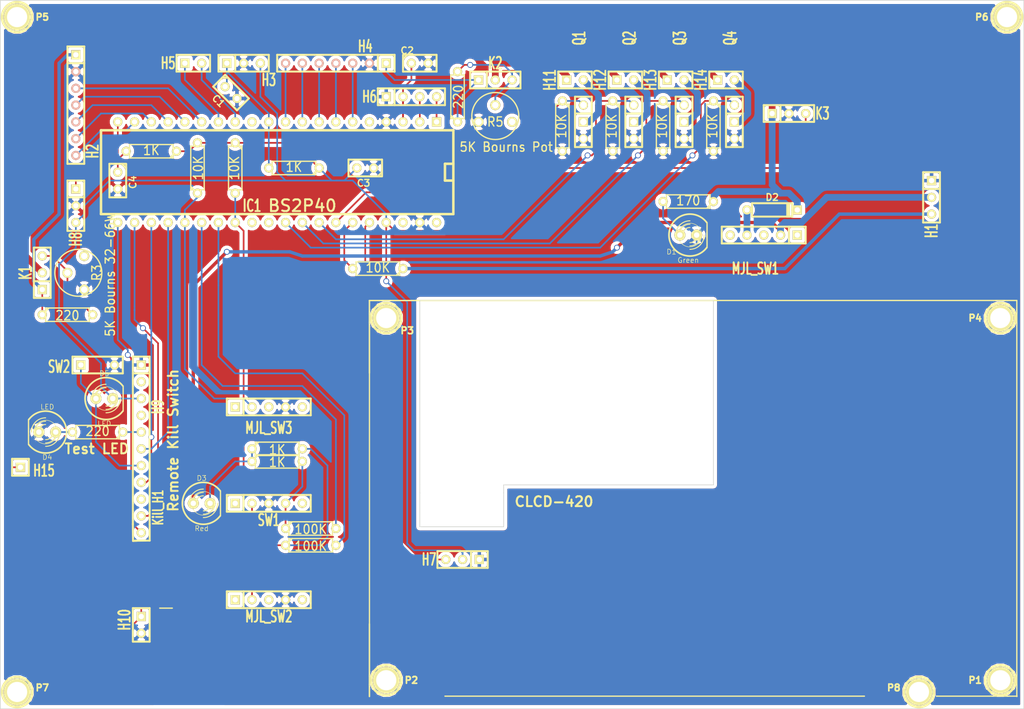
<source format=kicad_pcb>
(kicad_pcb (version 3) (host pcbnew "(2013-07-07 BZR 4022)-stable")
  (title_block (title "Lightweight Sumo Circuit Board") (rev 1.0) (company "Indiana Tech Explorer Post 2829"))
  (layers (15 F.Cu signal) (0 B.Cu signal) (18 B.Paste user) (19 F.Paste user) (20 B.SilkS user) (21 F.SilkS user) (22 B.Mask user) (23 F.Mask user) (28 Edge.Cuts user))
  (net 0 "")
  (net 1 +12V)
  (net 2 +BATT)
  (net 3 D0)
  (net 4 D1)
  (net 5 D2)
  (net 6 D3)
  (net 7 "Learn ACK")
  (net 8 N-000001)
  (net 9 N-0000010)
  (net 10 N-0000011)
  (net 11 N-0000013)
  (net 12 N-0000014)
  (net 13 N-0000015)
  (net 14 N-0000016)
  (net 15 N-0000017)
  (net 16 N-0000018)
  (net 17 N-000002)
  (net 18 N-0000021)
  (net 19 N-0000022)
  (net 20 N-0000023)
  (net 21 N-0000024)
  (net 22 N-0000025)
  (net 23 N-0000027)
  (net 24 N-000003)
  (net 25 N-0000036)
  (net 26 N-0000037)
  (net 27 N-0000038)
  (net 28 N-0000039)
  (net 29 N-000004)
  (net 30 N-0000040)
  (net 31 N-0000041)
  (net 32 N-0000042)
  (net 33 N-0000043)
  (net 34 N-0000044)
  (net 35 N-0000049)
  (net 36 N-000005)
  (net 37 N-0000050)
  (net 38 N-0000051)
  (net 39 N-0000052)
  (net 40 N-0000053)
  (net 41 N-0000056)
  (net 42 N-0000057)
  (net 43 N-0000058)
  (net 44 N-0000059)
  (net 45 N-000006)
  (net 46 N-0000062)
  (net 47 N-0000063)
  (net 48 N-0000064)
  (net 49 N-000008)
  (net 50 N-000009)
  (net 51 VDD)
  (net 52 VSS)
  (net 53 VT)
  (module IRLU3103 (layer F.Cu) (at 169.545 72.39 270)
    (fp_text reference Q4 (at -12.7 0.635 270) (layer F.SilkS) (effects (font (size 1.7907 1.07696) (thickness 0.3048))))
    (fp_text value IRLU3103 hide)
    (pad 1 thru_hole rect (at 0 0 270) (size 1.397 1.397) (drill 0.9906) (layers *.Cu *.Mask F.SilkS) (net 9 N-0000010))
    (pad 2 thru_hole circle (at -2.55 0 270) (size 1.397 1.397) (drill 0.9906) (layers *.Cu *.Mask F.SilkS) (net 31 N-0000041))
    (pad 3 thru_hole circle (at 2.55 0 270) (size 1.397 1.397) (drill 0.9906) (layers *.Cu *.Mask F.SilkS) (net 52 VSS))
  )
  (module SIL-7 (layer F.Cu) (at 109.22 63.5 180)
    (fp_text reference H4 (at -4.445 2.54 180) (layer F.SilkS) (effects (font (size 1.72974 1.08712) (thickness 0.3048))))
    (fp_text value "IROut Front" hide)
    (pad 1 thru_hole rect (at -7.62 0 180) (size 1.397 1.397) (drill 0.8128) (layers *.Cu *.Mask F.SilkS) (net 13 N-0000015))
    (pad 2 thru_hole circle (at -5.08 0 180) (size 1.397 1.397) (drill 0.8128) (layers *.Cu *.SilkS *.Mask) (net 52 VSS))
    (pad 3 thru_hole circle (at -2.54 0 180) (size 1.397 1.397) (drill 0.8128) (layers *.Cu *.SilkS *.Mask) (net 35 N-0000049))
    (pad 4 thru_hole circle (at 0 0 180) (size 1.397 1.397) (drill 0.8128) (layers *.Cu *.SilkS *.Mask) (net 37 N-0000050))
    (pad 5 thru_hole circle (at 2.54 0 180) (size 1.397 1.397) (drill 0.8128) (layers *.Cu *.SilkS *.Mask) (net 38 N-0000051))
    (pad 6 thru_hole circle (at 5.08 0 180) (size 1.397 1.397) (drill 0.8128) (layers *.Cu *.SilkS *.Mask) (net 39 N-0000052))
    (pad 7 thru_hole circle (at 7.62 0 180) (size 1.397 1.397) (drill 0.8128) (layers *.Cu *.SilkS *.Mask) (net 40 N-0000053))
  )
  (module SIL-7 (layer F.Cu) (at 69.85 69.85 270)
    (fp_text reference H2 (at 6.985 -2.54 270) (layer F.SilkS) (effects (font (size 1.72974 1.08712) (thickness 0.3048))))
    (fp_text value "IROut Back" hide)
    (pad 1 thru_hole rect (at -7.62 0 270) (size 1.397 1.397) (drill 0.8128) (layers *.Cu *.Mask F.SilkS) (net 10 N-0000011))
    (pad 2 thru_hole circle (at -5.08 0 270) (size 1.397 1.397) (drill 0.8128) (layers *.Cu *.SilkS *.Mask) (net 52 VSS))
    (pad 3 thru_hole circle (at -2.54 0 270) (size 1.397 1.397) (drill 0.8128) (layers *.Cu *.SilkS *.Mask) (net 19 N-0000022))
    (pad 4 thru_hole circle (at 0 0 270) (size 1.397 1.397) (drill 0.8128) (layers *.Cu *.SilkS *.Mask) (net 20 N-0000023))
    (pad 5 thru_hole circle (at 2.54 0 270) (size 1.397 1.397) (drill 0.8128) (layers *.Cu *.SilkS *.Mask) (net 21 N-0000024))
    (pad 6 thru_hole circle (at 5.08 0 270) (size 1.397 1.397) (drill 0.8128) (layers *.Cu *.SilkS *.Mask) (net 22 N-0000025))
    (pad 7 thru_hole circle (at 7.62 0 270) (size 1.397 1.397) (drill 0.8128) (layers *.Cu *.SilkS *.Mask) (net 16 N-0000018))
  )
  (module SIL-5 (layer F.Cu) (at 100.33 130.175)
    (fp_text reference SW1 (at -1.27 2.54) (layer F.SilkS) (effects (font (size 1.72974 1.08712) (thickness 0.3048))))
    (fp_text value SWITCH_INV_5-PIN hide)
    (pad 1 thru_hole rect (at -6.35 0) (size 1.397 1.397) (drill 0.8128) (layers *.Cu *.Mask F.SilkS))
    (pad 2 thru_hole circle (at -3.81 0) (size 1.397 1.397) (drill 0.8128) (layers *.Cu *.Mask F.SilkS) (net 47 N-0000063))
    (pad 3 thru_hole circle (at -1.27 0) (size 1.397 1.397) (drill 0.8128) (layers *.Cu *.Mask F.SilkS) (net 52 VSS))
    (pad 4 thru_hole circle (at 1.27 0) (size 1.397 1.397) (drill 0.8128) (layers *.Cu *.Mask F.SilkS) (net 46 N-0000062))
    (pad 5 thru_hole circle (at 3.81 0) (size 1.397 1.397) (drill 0.8128) (layers *.Cu *.Mask F.SilkS))
  )
  (module SIL-5 (layer F.Cu) (at 100.33 115.57)
    (fp_text reference MJL_SW3 (at -1.27 3.175) (layer F.SilkS) (effects (font (size 1.72974 1.08712) (thickness 0.3048))))
    (fp_text value PushB hide)
    (pad 1 thru_hole rect (at -6.35 0) (size 1.397 1.397) (drill 0.8128) (layers *.Cu *.Mask F.SilkS))
    (pad 2 thru_hole circle (at -3.81 0) (size 1.397 1.397) (drill 0.8128) (layers *.Cu *.Mask F.SilkS) (net 17 N-000002))
    (pad 3 thru_hole circle (at -1.27 0) (size 1.397 1.397) (drill 0.8128) (layers *.Cu *.Mask F.SilkS))
    (pad 4 thru_hole circle (at 1.27 0) (size 1.397 1.397) (drill 0.8128) (layers *.Cu *.Mask F.SilkS) (net 52 VSS))
    (pad 5 thru_hole circle (at 3.81 0) (size 1.397 1.397) (drill 0.8128) (layers *.Cu *.Mask F.SilkS))
  )
  (module SIL-5 (layer F.Cu) (at 100.33 144.78)
    (fp_text reference MJL_SW2 (at -1.27 2.54) (layer F.SilkS) (effects (font (size 1.72974 1.08712) (thickness 0.3048))))
    (fp_text value PushB hide)
    (pad 1 thru_hole rect (at -6.35 0) (size 1.397 1.397) (drill 0.8128) (layers *.Cu *.Mask F.SilkS))
    (pad 2 thru_hole circle (at -3.81 0) (size 1.397 1.397) (drill 0.8128) (layers *.Cu *.Mask F.SilkS) (net 8 N-000001))
    (pad 3 thru_hole circle (at -1.27 0) (size 1.397 1.397) (drill 0.8128) (layers *.Cu *.Mask F.SilkS))
    (pad 4 thru_hole circle (at 1.27 0) (size 1.397 1.397) (drill 0.8128) (layers *.Cu *.Mask F.SilkS) (net 52 VSS))
    (pad 5 thru_hole circle (at 3.81 0) (size 1.397 1.397) (drill 0.8128) (layers *.Cu *.Mask F.SilkS))
  )
  (module SIL-5 (layer F.Cu) (at 172.72 89.535 180)
    (fp_text reference MJL_SW1 (at 0 -5.08 180) (layer F.SilkS) (effects (font (size 1.72974 1.08712) (thickness 0.3048))))
    (fp_text value "Power Switch" hide)
    (pad 1 thru_hole rect (at -6.35 0 180) (size 1.397 1.397) (drill 0.8128) (layers *.Cu *.Mask F.SilkS))
    (pad 2 thru_hole circle (at -3.81 0 180) (size 1.397 1.397) (drill 0.8128) (layers *.Cu *.Mask F.SilkS) (net 2 +BATT))
    (pad 3 thru_hole circle (at -1.27 0 180) (size 1.397 1.397) (drill 0.8128) (layers *.Cu *.Mask F.SilkS))
    (pad 4 thru_hole circle (at 1.27 0 180) (size 1.397 1.397) (drill 0.8128) (layers *.Cu *.Mask F.SilkS) (net 32 N-0000042))
    (pad 5 thru_hole circle (at 3.81 0 180) (size 1.397 1.397) (drill 0.8128) (layers *.Cu *.Mask F.SilkS))
  )
  (module SIL-4 (layer F.Cu) (at 120.65 68.58)
    (fp_text reference H6 (at -6.35 0) (layer F.SilkS) (effects (font (size 1.73482 1.08712) (thickness 0.3048))))
    (fp_text value "Programming Header" hide)
    (pad 1 thru_hole rect (at -3.81 0) (size 1.397 1.397) (drill 0.8128) (layers *.Cu *.Mask F.SilkS) (net 52 VSS))
    (pad 2 thru_hole circle (at -1.27 0) (size 1.397 1.397) (drill 0.8128) (layers *.Cu *.Mask F.SilkS) (net 41 N-0000056))
    (pad 3 thru_hole circle (at 1.27 0) (size 1.397 1.397) (drill 0.8128) (layers *.Cu *.Mask F.SilkS) (net 42 N-0000057))
    (pad 4 thru_hole circle (at 3.81 0) (size 1.397 1.397) (drill 0.8128) (layers *.Cu *.Mask F.SilkS) (net 43 N-0000058))
  )
  (module SIL-3 (layer F.Cu) (at 128.397 138.684 180)
    (fp_text reference H7 (at 5.08 0 180) (layer F.SilkS) (effects (font (size 1.7907 1.07696) (thickness 0.3048))))
    (fp_text value "LCD Header" hide)
    (pad 1 thru_hole rect (at -2.54 0 180) (size 1.397 1.397) (drill 0.8128) (layers *.Cu *.Mask F.SilkS) (net 52 VSS))
    (pad 2 thru_hole circle (at 0 0 180) (size 1.397 1.397) (drill 0.8128) (layers *.Cu *.Mask F.SilkS) (net 51 VDD))
    (pad 3 thru_hole circle (at 2.54 0 180) (size 1.397 1.397) (drill 0.8128) (layers *.Cu *.Mask F.SilkS) (net 24 N-000003))
  )
  (module SIL-3 (layer F.Cu) (at 199.39 83.82 270)
    (fp_text reference H1 (at 5.08 0 270) (layer F.SilkS) (effects (font (size 1.7907 1.07696) (thickness 0.3048))))
    (fp_text value "Power Header" hide)
    (pad 1 thru_hole rect (at -2.54 0 270) (size 1.397 1.397) (drill 0.8128) (layers *.Cu *.Mask F.SilkS) (net 52 VSS))
    (pad 2 thru_hole circle (at 0 0 270) (size 1.397 1.397) (drill 0.8128) (layers *.Cu *.Mask F.SilkS) (net 2 +BATT))
    (pad 3 thru_hole circle (at 2.54 0 270) (size 1.397 1.397) (drill 0.8128) (layers *.Cu *.Mask F.SilkS) (net 18 N-0000021))
  )
  (module SIL-3 (layer F.Cu) (at 69.85 85.09 270)
    (fp_text reference H8 (at 5.08 0 270) (layer F.SilkS) (effects (font (size 1.7907 1.07696) (thickness 0.3048))))
    (fp_text value "IRIn Back" hide)
    (pad 1 thru_hole rect (at -2.54 0 270) (size 1.397 1.397) (drill 0.8128) (layers *.Cu *.Mask F.SilkS) (net 33 N-0000043))
    (pad 2 thru_hole circle (at 0 0 270) (size 1.397 1.397) (drill 0.8128) (layers *.Cu *.Mask F.SilkS) (net 52 VSS))
    (pad 3 thru_hole circle (at 2.54 0 270) (size 1.397 1.397) (drill 0.8128) (layers *.Cu *.Mask F.SilkS) (net 51 VDD))
  )
  (module SIL-3 (layer F.Cu) (at 177.8 71.12)
    (fp_text reference K3 (at 5.08 0) (layer F.SilkS) (effects (font (size 1.7907 1.07696) (thickness 0.3048))))
    (fp_text value LM7805 hide)
    (pad 1 thru_hole rect (at -2.54 0) (size 1.397 1.397) (drill 0.8128) (layers *.Cu *.Mask F.SilkS) (net 1 +12V))
    (pad 2 thru_hole circle (at 0 0) (size 1.397 1.397) (drill 0.8128) (layers *.Cu *.Mask F.SilkS) (net 52 VSS))
    (pad 3 thru_hole circle (at 2.54 0) (size 1.397 1.397) (drill 0.8128) (layers *.Cu *.Mask F.SilkS) (net 51 VDD))
  )
  (module SIL-3 (layer F.Cu) (at 95.25 63.5)
    (fp_text reference H3 (at 3.81 2.54) (layer F.SilkS) (effects (font (size 1.7907 1.07696) (thickness 0.3048))))
    (fp_text value "IRIn Front" hide)
    (pad 1 thru_hole rect (at -2.54 0) (size 1.397 1.397) (drill 0.8128) (layers *.Cu *.Mask F.SilkS) (net 34 N-0000044))
    (pad 2 thru_hole circle (at 0 0) (size 1.397 1.397) (drill 0.8128) (layers *.Cu *.Mask F.SilkS) (net 52 VSS))
    (pad 3 thru_hole circle (at 2.54 0) (size 1.397 1.397) (drill 0.8128) (layers *.Cu *.Mask F.SilkS) (net 51 VDD))
  )
  (module SIL-2 (layer F.Cu) (at 160.655 66.04)
    (fp_text reference H13 (at -3.81 0 90) (layer F.SilkS) (effects (font (size 1.72974 1.08712) (thickness 0.3048))))
    (fp_text value AUX3 hide)
    (pad 1 thru_hole rect (at -1.27 0) (size 1.397 1.397) (drill 0.8128) (layers *.Cu *.Mask F.SilkS) (net 1 +12V))
    (pad 2 thru_hole circle (at 1.27 0) (size 1.397 1.397) (drill 0.8128) (layers *.Cu *.Mask F.SilkS) (net 26 N-0000037))
  )
  (module SIL-2 (layer F.Cu) (at 168.275 66.04)
    (fp_text reference H14 (at -3.81 0 90) (layer F.SilkS) (effects (font (size 1.72974 1.08712) (thickness 0.3048))))
    (fp_text value AUX4 hide)
    (pad 1 thru_hole rect (at -1.27 0) (size 1.397 1.397) (drill 0.8128) (layers *.Cu *.Mask F.SilkS) (net 1 +12V))
    (pad 2 thru_hole circle (at 1.27 0) (size 1.397 1.397) (drill 0.8128) (layers *.Cu *.Mask F.SilkS) (net 9 N-0000010))
  )
  (module SIL-2 (layer F.Cu) (at 153.035 66.04)
    (fp_text reference H12 (at -3.81 0 90) (layer F.SilkS) (effects (font (size 1.72974 1.08712) (thickness 0.3048))))
    (fp_text value AUX2 hide)
    (pad 1 thru_hole rect (at -1.27 0) (size 1.397 1.397) (drill 0.8128) (layers *.Cu *.Mask F.SilkS) (net 1 +12V))
    (pad 2 thru_hole circle (at 1.27 0) (size 1.397 1.397) (drill 0.8128) (layers *.Cu *.Mask F.SilkS) (net 49 N-000008))
  )
  (module SIL-2 (layer F.Cu) (at 145.415 66.04)
    (fp_text reference H11 (at -3.81 0 90) (layer F.SilkS) (effects (font (size 1.72974 1.08712) (thickness 0.3048))))
    (fp_text value AUX1 hide)
    (pad 1 thru_hole rect (at -1.27 0) (size 1.397 1.397) (drill 0.8128) (layers *.Cu *.Mask F.SilkS) (net 1 +12V))
    (pad 2 thru_hole circle (at 1.27 0) (size 1.397 1.397) (drill 0.8128) (layers *.Cu *.Mask F.SilkS) (net 50 N-000009))
  )
  (module SIL-2 (layer F.Cu) (at 87.63 63.5)
    (fp_text reference H5 (at -3.81 0) (layer F.SilkS) (effects (font (size 1.72974 1.08712) (thickness 0.3048))))
    (fp_text value "Motor Header" hide)
    (pad 1 thru_hole rect (at -1.27 0) (size 1.397 1.397) (drill 0.8128) (layers *.Cu *.Mask F.SilkS) (net 15 N-0000017))
    (pad 2 thru_hole circle (at 1.27 0) (size 1.397 1.397) (drill 0.8128) (layers *.Cu *.Mask F.SilkS) (net 14 N-0000016))
  )
  (module SIL-2 (layer F.Cu) (at 79.756 148.59 270)
    (fp_text reference H10 (at -0.762 2.54 270) (layer F.SilkS) (effects (font (size 1.72974 1.08712) (thickness 0.3048))))
    (fp_text value Kill_H2 hide)
    (pad 1 thru_hole rect (at -1.27 0 270) (size 1.397 1.397) (drill 0.8128) (layers *.Cu *.Mask F.SilkS) (net 25 N-0000036))
    (pad 2 thru_hole circle (at 1.27 0 270) (size 1.397 1.397) (drill 0.8128) (layers *.Cu *.Mask F.SilkS) (net 52 VSS))
  )
  (module RV2 (layer F.Cu) (at 69.85 95.25 90)
    (fp_text reference R3 (at 0 3.175 90) (layer F.SilkS) (effects (font (size 1.397 1.27) (thickness 0.2032))))
    (fp_text value "5K Bourns 32-66W" (at -0.254 5.207 90) (layer F.SilkS) (effects (font (size 1.397 1.27) (thickness 0.2032))))
    (pad 1 thru_hole circle (at -2.54 1.27 90) (size 1.524 1.524) (drill 0.9906) (layers *.Cu *.Mask F.SilkS) (net 52 VSS))
    (pad 2 thru_hole circle (at 0 -1.27 90) (size 1.524 1.524) (drill 0.9906) (layers *.Cu *.Mask F.SilkS) (net 11 N-0000013))
    (pad 3 thru_hole circle (at 2.54 1.27 90) (size 1.524 1.524) (drill 0.9906) (layers *.Cu *.Mask F.SilkS))
  )
  (module RV2 (layer F.Cu) (at 133.35 71.12)
    (fp_text reference R5 (at 0 1.27) (layer F.SilkS) (effects (font (size 1.397 1.27) (thickness 0.2032))))
    (fp_text value "5K Bourns Pot" (at 1.651 5.08) (layer F.SilkS) (effects (font (size 1.397 1.27) (thickness 0.2032))))
    (pad 1 thru_hole circle (at -2.54 1.27) (size 1.524 1.524) (drill 0.9906) (layers *.Cu *.Mask F.SilkS) (net 52 VSS))
    (pad 2 thru_hole circle (at 0 -1.27) (size 1.524 1.524) (drill 0.9906) (layers *.Cu *.Mask F.SilkS) (net 12 N-0000014))
    (pad 3 thru_hole circle (at 2.54 1.27) (size 1.524 1.524) (drill 0.9906) (layers *.Cu *.Mask F.SilkS))
  )
  (module R3 (layer F.Cu) (at 158.75 73.025 270)
    (fp_text reference R17 hide)
    (fp_text value 10K (at 0 0.127 270) (layer F.SilkS) (effects (font (size 1.397 1.27) (thickness 0.2032))))
    (pad 1 thru_hole circle (at -3.81 0 270) (size 1.397 1.397) (drill 0.8128) (layers *.Cu *.Mask F.SilkS) (net 30 N-0000040))
    (pad 2 thru_hole circle (at 3.81 0 270) (size 1.397 1.397) (drill 0.8128) (layers *.Cu *.Mask F.SilkS) (net 52 VSS))
  )
  (module R3 (layer F.Cu) (at 151.13 73.025 270)
    (fp_text reference R16 hide)
    (fp_text value 10K (at 0 0.127 270) (layer F.SilkS) (effects (font (size 1.397 1.27) (thickness 0.2032))))
    (pad 1 thru_hole circle (at -3.81 0 270) (size 1.397 1.397) (drill 0.8128) (layers *.Cu *.Mask F.SilkS) (net 28 N-0000039))
    (pad 2 thru_hole circle (at 3.81 0 270) (size 1.397 1.397) (drill 0.8128) (layers *.Cu *.Mask F.SilkS) (net 52 VSS))
  )
  (module R3 (layer F.Cu) (at 166.37 73.025 270)
    (fp_text reference R18 hide)
    (fp_text value 10K (at 0 0.127 270) (layer F.SilkS) (effects (font (size 1.397 1.27) (thickness 0.2032))))
    (pad 1 thru_hole circle (at -3.81 0 270) (size 1.397 1.397) (drill 0.8128) (layers *.Cu *.Mask F.SilkS) (net 31 N-0000041))
    (pad 2 thru_hole circle (at 3.81 0 270) (size 1.397 1.397) (drill 0.8128) (layers *.Cu *.Mask F.SilkS) (net 52 VSS))
  )
  (module R3 (layer F.Cu) (at 143.51 73.025 270)
    (fp_text reference R15 hide)
    (fp_text value 10K (at 0 0.127 270) (layer F.SilkS) (effects (font (size 1.397 1.27) (thickness 0.2032))))
    (pad 1 thru_hole circle (at -3.81 0 270) (size 1.397 1.397) (drill 0.8128) (layers *.Cu *.Mask F.SilkS) (net 44 N-0000059))
    (pad 2 thru_hole circle (at 3.81 0 270) (size 1.397 1.397) (drill 0.8128) (layers *.Cu *.Mask F.SilkS) (net 52 VSS))
  )
  (module R3 (layer F.Cu) (at 88.265 79.375 90)
    (fp_text reference R10 hide)
    (fp_text value 10K (at 0 0.127 90) (layer F.SilkS) (effects (font (size 1.397 1.27) (thickness 0.2032))))
    (pad 1 thru_hole circle (at -3.81 0 90) (size 1.397 1.397) (drill 0.8128) (layers *.Cu *.Mask F.SilkS) (net 17 N-000002))
    (pad 2 thru_hole circle (at 3.81 0 90) (size 1.397 1.397) (drill 0.8128) (layers *.Cu *.Mask F.SilkS) (net 51 VDD))
  )
  (module R3 (layer F.Cu) (at 105.41 133.985)
    (fp_text reference R14 hide)
    (fp_text value 100K (at 0 0.127) (layer F.SilkS) (effects (font (size 1.397 1.27) (thickness 0.2032))))
    (pad 1 thru_hole circle (at -3.81 0) (size 1.397 1.397) (drill 0.8128) (layers *.Cu *.Mask F.SilkS) (net 46 N-0000062))
    (pad 2 thru_hole circle (at 3.81 0) (size 1.397 1.397) (drill 0.8128) (layers *.Cu *.Mask F.SilkS) (net 27 N-0000038))
  )
  (module R3 (layer F.Cu) (at 100.33 121.92)
    (fp_text reference R11 hide)
    (fp_text value 1K (at 0 0.127) (layer F.SilkS) (effects (font (size 1.397 1.27) (thickness 0.2032))))
    (pad 1 thru_hole circle (at -3.81 0) (size 1.397 1.397) (drill 0.8128) (layers *.Cu *.Mask F.SilkS) (net 48 N-0000064))
    (pad 2 thru_hole circle (at 3.81 0) (size 1.397 1.397) (drill 0.8128) (layers *.Cu *.Mask F.SilkS) (net 47 N-0000063))
  )
  (module R3 (layer F.Cu) (at 100.33 123.825)
    (fp_text reference R12 hide)
    (fp_text value 1K (at 0 0.127) (layer F.SilkS) (effects (font (size 1.397 1.27) (thickness 0.2032))))
    (pad 1 thru_hole circle (at -3.81 0) (size 1.397 1.397) (drill 0.8128) (layers *.Cu *.Mask F.SilkS) (net 48 N-0000064))
    (pad 2 thru_hole circle (at 3.81 0) (size 1.397 1.397) (drill 0.8128) (layers *.Cu *.Mask F.SilkS) (net 46 N-0000062))
  )
  (module R3 (layer F.Cu) (at 93.98 79.375 270)
    (fp_text reference R9 hide)
    (fp_text value 10K (at 0 0.127 270) (layer F.SilkS) (effects (font (size 1.397 1.27) (thickness 0.2032))))
    (pad 1 thru_hole circle (at -3.81 0 270) (size 1.397 1.397) (drill 0.8128) (layers *.Cu *.Mask F.SilkS) (net 51 VDD))
    (pad 2 thru_hole circle (at 3.81 0 270) (size 1.397 1.397) (drill 0.8128) (layers *.Cu *.Mask F.SilkS) (net 8 N-000001))
  )
  (module R3 (layer F.Cu) (at 162.56 84.455 180)
    (fp_text reference R1 hide)
    (fp_text value 170 (at 0 0.127 180) (layer F.SilkS) (effects (font (size 1.397 1.27) (thickness 0.2032))))
    (pad 1 thru_hole circle (at -3.81 0 180) (size 1.397 1.397) (drill 0.8128) (layers *.Cu *.Mask F.SilkS) (net 1 +12V))
    (pad 2 thru_hole circle (at 3.81 0 180) (size 1.397 1.397) (drill 0.8128) (layers *.Cu *.Mask F.SilkS) (net 45 N-000006))
  )
  (module R3 (layer F.Cu) (at 105.41 136.525)
    (fp_text reference R13 hide)
    (fp_text value 100K (at 0 0.127) (layer F.SilkS) (effects (font (size 1.397 1.27) (thickness 0.2032))))
    (pad 1 thru_hole circle (at -3.81 0) (size 1.397 1.397) (drill 0.8128) (layers *.Cu *.Mask F.SilkS) (net 47 N-0000063))
    (pad 2 thru_hole circle (at 3.81 0) (size 1.397 1.397) (drill 0.8128) (layers *.Cu *.Mask F.SilkS) (net 29 N-000004))
  )
  (module R3 (layer F.Cu) (at 115.57 94.615 180)
    (fp_text reference R6 hide)
    (fp_text value 10K (at 0 0.127 180) (layer F.SilkS) (effects (font (size 1.397 1.27) (thickness 0.2032))))
    (pad 1 thru_hole circle (at -3.81 0 180) (size 1.397 1.397) (drill 0.8128) (layers *.Cu *.Mask F.SilkS) (net 18 N-0000021))
    (pad 2 thru_hole circle (at 3.81 0 180) (size 1.397 1.397) (drill 0.8128) (layers *.Cu *.Mask F.SilkS) (net 36 N-000005))
  )
  (module R3 (layer F.Cu) (at 127.635 68.58 90)
    (fp_text reference R4 hide)
    (fp_text value 220 (at 0 0.127 90) (layer F.SilkS) (effects (font (size 1.397 1.27) (thickness 0.2032))))
    (pad 1 thru_hole circle (at -3.81 0 90) (size 1.397 1.397) (drill 0.8128) (layers *.Cu *.Mask F.SilkS) (net 13 N-0000015))
    (pad 2 thru_hole circle (at 3.81 0 90) (size 1.397 1.397) (drill 0.8128) (layers *.Cu *.Mask F.SilkS) (net 12 N-0000014))
  )
  (module R3 (layer F.Cu) (at 81.28 76.835 180)
    (fp_text reference R8 hide)
    (fp_text value 1K (at 0 0.127 180) (layer F.SilkS) (effects (font (size 1.397 1.27) (thickness 0.2032))))
    (pad 1 thru_hole circle (at -3.81 0 180) (size 1.397 1.397) (drill 0.8128) (layers *.Cu *.Mask F.SilkS) (net 51 VDD))
    (pad 2 thru_hole circle (at 3.81 0 180) (size 1.397 1.397) (drill 0.8128) (layers *.Cu *.Mask F.SilkS) (net 33 N-0000043))
  )
  (module R3 (layer F.Cu) (at 68.58 101.6)
    (fp_text reference R2 hide)
    (fp_text value 220 (at 0 0.127) (layer F.SilkS) (effects (font (size 1.397 1.27) (thickness 0.2032))))
    (pad 1 thru_hole circle (at -3.81 0) (size 1.397 1.397) (drill 0.8128) (layers *.Cu *.Mask F.SilkS) (net 10 N-0000011))
    (pad 2 thru_hole circle (at 3.81 0) (size 1.397 1.397) (drill 0.8128) (layers *.Cu *.Mask F.SilkS) (net 11 N-0000013))
  )
  (module R3 (layer F.Cu) (at 102.87 79.375 180)
    (fp_text reference R7 hide)
    (fp_text value 1K (at 0 0.127 180) (layer F.SilkS) (effects (font (size 1.397 1.27) (thickness 0.2032))))
    (pad 1 thru_hole circle (at -3.81 0 180) (size 1.397 1.397) (drill 0.8128) (layers *.Cu *.Mask F.SilkS) (net 51 VDD))
    (pad 2 thru_hole circle (at 3.81 0 180) (size 1.397 1.397) (drill 0.8128) (layers *.Cu *.Mask F.SilkS) (net 34 N-0000044))
  )
  (module LED-5MM (layer F.Cu) (at 88.9 130.175)
    (fp_text reference D3 (at 0 -3.81) (layer F.SilkS) (effects (font (size 0.762 0.762) (thickness 0.0889))))
    (fp_text value Red (at 0 3.81) (layer F.SilkS) (effects (font (size 0.762 0.762) (thickness 0.0889))))
    (pad 1 thru_hole circle (at -1.27 0) (size 1.6764 1.6764) (drill 0.8128) (layers *.Cu *.Mask F.SilkS) (net 2 +BATT))
    (pad 2 thru_hole circle (at 1.27 0) (size 1.6764 1.6764) (drill 0.8128) (layers *.Cu *.Mask F.SilkS) (net 48 N-0000064))
  )
  (module LED-5MM (layer F.Cu) (at 162.56 89.535)
    (fp_text reference D1 (at -2.54 2.54) (layer F.SilkS) (effects (font (size 0.762 0.762) (thickness 0.0889))))
    (fp_text value Green (at 0 3.81) (layer F.SilkS) (effects (font (size 0.762 0.762) (thickness 0.0889))))
    (pad 1 thru_hole circle (at -1.27 0) (size 1.6764 1.6764) (drill 0.8128) (layers *.Cu *.Mask F.SilkS) (net 45 N-000006))
    (pad 2 thru_hole circle (at 1.27 0) (size 1.6764 1.6764) (drill 0.8128) (layers *.Cu *.Mask F.SilkS) (net 52 VSS))
  )
  (module DIP-40__600 (layer F.Cu) (at 100.33 80.01 180)
    (fp_text reference IC1 (at 3.81 -5.08 180) (layer F.SilkS) (effects (font (size 1.778 1.143) (thickness 0.3048))))
    (fp_text value BS2P40 (at -3.81 -5.08 180) (layer F.SilkS) (effects (font (size 1.778 1.778) (thickness 0.3048))))
    (pad 1 thru_hole rect (at -24.13 7.62 180) (size 1.397 1.397) (drill 0.8128) (layers *.Cu *.Mask F.SilkS) (net 43 N-0000058))
    (pad 2 thru_hole circle (at -21.59 7.62 180) (size 1.397 1.397) (drill 0.8128) (layers *.Cu *.Mask F.SilkS) (net 42 N-0000057))
    (pad 3 thru_hole circle (at -19.05 7.62 180) (size 1.397 1.397) (drill 0.8128) (layers *.Cu *.Mask F.SilkS) (net 41 N-0000056))
    (pad 4 thru_hole circle (at -16.51 7.62 180) (size 1.397 1.397) (drill 0.8128) (layers *.Cu *.Mask F.SilkS) (net 52 VSS))
    (pad 5 thru_hole circle (at -13.97 7.62 180) (size 1.397 1.397) (drill 0.8128) (layers *.Cu *.Mask F.SilkS))
    (pad 6 thru_hole circle (at -11.43 7.62 180) (size 1.397 1.397) (drill 0.8128) (layers *.Cu *.Mask F.SilkS) (net 35 N-0000049))
    (pad 7 thru_hole circle (at -8.89 7.62 180) (size 1.397 1.397) (drill 0.8128) (layers *.Cu *.Mask F.SilkS) (net 37 N-0000050))
    (pad 8 thru_hole circle (at -6.35 7.62 180) (size 1.397 1.397) (drill 0.8128) (layers *.Cu *.Mask F.SilkS) (net 38 N-0000051))
    (pad 9 thru_hole circle (at -3.81 7.62 180) (size 1.397 1.397) (drill 0.8128) (layers *.Cu *.Mask F.SilkS) (net 39 N-0000052))
    (pad 10 thru_hole circle (at -1.27 7.62 180) (size 1.397 1.397) (drill 0.8128) (layers *.Cu *.Mask F.SilkS) (net 40 N-0000053))
    (pad 11 thru_hole circle (at 1.27 7.62 180) (size 1.397 1.397) (drill 0.8128) (layers *.Cu *.Mask F.SilkS) (net 34 N-0000044))
    (pad 12 thru_hole circle (at 3.81 7.62 180) (size 1.397 1.397) (drill 0.8128) (layers *.Cu *.Mask F.SilkS))
    (pad 13 thru_hole circle (at 6.35 7.62 180) (size 1.397 1.397) (drill 0.8128) (layers *.Cu *.Mask F.SilkS) (net 14 N-0000016))
    (pad 14 thru_hole circle (at 8.89 7.62 180) (size 1.397 1.397) (drill 0.8128) (layers *.Cu *.Mask F.SilkS) (net 15 N-0000017))
    (pad 15 thru_hole circle (at 11.43 7.62 180) (size 1.397 1.397) (drill 0.8128) (layers *.Cu *.Mask F.SilkS) (net 19 N-0000022))
    (pad 16 thru_hole circle (at 13.97 7.62 180) (size 1.397 1.397) (drill 0.8128) (layers *.Cu *.Mask F.SilkS) (net 20 N-0000023))
    (pad 17 thru_hole circle (at 16.51 7.62 180) (size 1.397 1.397) (drill 0.8128) (layers *.Cu *.Mask F.SilkS) (net 21 N-0000024))
    (pad 18 thru_hole circle (at 19.05 7.62 180) (size 1.397 1.397) (drill 0.8128) (layers *.Cu *.Mask F.SilkS) (net 22 N-0000025))
    (pad 19 thru_hole circle (at 21.59 7.62 180) (size 1.397 1.397) (drill 0.8128) (layers *.Cu *.Mask F.SilkS) (net 16 N-0000018))
    (pad 20 thru_hole circle (at 24.13 7.62 180) (size 1.397 1.397) (drill 0.8128) (layers *.Cu *.Mask F.SilkS) (net 33 N-0000043))
    (pad 21 thru_hole circle (at 24.13 -7.62 180) (size 1.397 1.397) (drill 0.8128) (layers *.Cu *.Mask F.SilkS) (net 6 D3))
    (pad 22 thru_hole circle (at 21.59 -7.62 180) (size 1.397 1.397) (drill 0.8128) (layers *.Cu *.Mask F.SilkS) (net 5 D2))
    (pad 23 thru_hole circle (at 19.05 -7.62 180) (size 1.397 1.397) (drill 0.8128) (layers *.Cu *.Mask F.SilkS) (net 4 D1))
    (pad 24 thru_hole circle (at 16.51 -7.62 180) (size 1.397 1.397) (drill 0.8128) (layers *.Cu *.Mask F.SilkS) (net 3 D0))
    (pad 25 thru_hole circle (at 13.97 -7.62 180) (size 1.397 1.397) (drill 0.8128) (layers *.Cu *.Mask F.SilkS) (net 17 N-000002))
    (pad 26 thru_hole circle (at 11.43 -7.62 180) (size 1.397 1.397) (drill 0.8128) (layers *.Cu *.Mask F.SilkS) (net 27 N-0000038))
    (pad 27 thru_hole circle (at 8.89 -7.62 180) (size 1.397 1.397) (drill 0.8128) (layers *.Cu *.Mask F.SilkS) (net 29 N-000004))
    (pad 28 thru_hole circle (at 6.35 -7.62 180) (size 1.397 1.397) (drill 0.8128) (layers *.Cu *.Mask F.SilkS) (net 8 N-000001))
    (pad 29 thru_hole circle (at 3.81 -7.62 180) (size 1.397 1.397) (drill 0.8128) (layers *.Cu *.Mask F.SilkS))
    (pad 30 thru_hole circle (at 1.27 -7.62 180) (size 1.397 1.397) (drill 0.8128) (layers *.Cu *.Mask F.SilkS))
    (pad 31 thru_hole circle (at -1.27 -7.62 180) (size 1.397 1.397) (drill 0.8128) (layers *.Cu *.Mask F.SilkS) (net 31 N-0000041))
    (pad 32 thru_hole circle (at -3.81 -7.62 180) (size 1.397 1.397) (drill 0.8128) (layers *.Cu *.Mask F.SilkS) (net 30 N-0000040))
    (pad 33 thru_hole circle (at -6.35 -7.62 180) (size 1.397 1.397) (drill 0.8128) (layers *.Cu *.Mask F.SilkS) (net 28 N-0000039))
    (pad 34 thru_hole circle (at -8.89 -7.62 180) (size 1.397 1.397) (drill 0.8128) (layers *.Cu *.Mask F.SilkS) (net 44 N-0000059))
    (pad 35 thru_hole circle (at -11.43 -7.62 180) (size 1.397 1.397) (drill 0.8128) (layers *.Cu *.Mask F.SilkS) (net 36 N-000005))
    (pad 36 thru_hole circle (at -13.97 -7.62 180) (size 1.397 1.397) (drill 0.8128) (layers *.Cu *.Mask F.SilkS) (net 24 N-000003))
    (pad 37 thru_hole circle (at -16.51 -7.62 180) (size 1.397 1.397) (drill 0.8128) (layers *.Cu *.Mask F.SilkS) (net 51 VDD))
    (pad 38 thru_hole circle (at -19.05 -7.62 180) (size 1.397 1.397) (drill 0.8128) (layers *.Cu *.Mask F.SilkS))
    (pad 39 thru_hole circle (at -21.59 -7.62 180) (size 1.397 1.397) (drill 0.8128) (layers *.Cu *.Mask F.SilkS) (net 52 VSS))
    (pad 40 thru_hole circle (at -24.13 -7.62 180) (size 1.397 1.397) (drill 0.8128) (layers *.Cu *.Mask F.SilkS))
  )
  (module D3 (layer F.Cu) (at 175.26 85.725)
    (fp_text reference D2 (at 0 -1.905) (layer F.SilkS) (effects (font (size 1.016 1.016) (thickness 0.2032))))
    (fp_text value DIODE hide)
    (pad 2 thru_hole rect (at 3.81 0) (size 1.397 1.397) (drill 0.8128) (layers *.Cu *.Mask F.SilkS) (net 1 +12V))
    (pad 1 thru_hole circle (at -3.81 0) (size 1.397 1.397) (drill 0.8128) (layers *.Cu *.Mask F.SilkS) (net 32 N-0000042))
  )
  (module C1 (layer F.Cu) (at 93.345 67.945 315)
    (fp_text reference C1 (at -0.449013 2.245064 315) (layer F.SilkS) (effects (font (size 1.016 1.016) (thickness 0.2032))))
    (fp_text value C hide)
    (pad 1 thru_hole circle (at -1.27 0 315) (size 1.397 1.397) (drill 0.8128) (layers *.Cu *.Mask F.SilkS) (net 34 N-0000044))
    (pad 2 thru_hole circle (at 1.27 0 315) (size 1.397 1.397) (drill 0.8128) (layers *.Cu *.Mask F.SilkS) (net 52 VSS))
  )
  (module C1 (layer F.Cu) (at 76.2 81.28 270)
    (fp_text reference C4 (at 0.254 -2.286 270) (layer F.SilkS) (effects (font (size 1.016 1.016) (thickness 0.2032))))
    (fp_text value C hide)
    (pad 1 thru_hole circle (at -1.27 0 270) (size 1.397 1.397) (drill 0.8128) (layers *.Cu *.Mask F.SilkS) (net 33 N-0000043))
    (pad 2 thru_hole circle (at 1.27 0 270) (size 1.397 1.397) (drill 0.8128) (layers *.Cu *.Mask F.SilkS) (net 52 VSS))
  )
  (module C1 (layer F.Cu) (at 113.665 79.375 180)
    (fp_text reference C3 (at 0.254 -2.286 180) (layer F.SilkS) (effects (font (size 1.016 1.016) (thickness 0.2032))))
    (fp_text value C hide)
    (pad 1 thru_hole circle (at -1.27 0 180) (size 1.397 1.397) (drill 0.8128) (layers *.Cu *.Mask F.SilkS) (net 52 VSS))
    (pad 2 thru_hole circle (at 1.27 0 180) (size 1.397 1.397) (drill 0.8128) (layers *.Cu *.Mask F.SilkS) (net 51 VDD))
  )
  (module C1 (layer F.Cu) (at 121.92 63.5)
    (fp_text reference C2 (at -1.905 -1.905) (layer F.SilkS) (effects (font (size 1.016 1.016) (thickness 0.2032))))
    (fp_text value C hide)
    (pad 1 thru_hole circle (at -1.27 0) (size 1.397 1.397) (drill 0.8128) (layers *.Cu *.Mask F.SilkS) (net 41 N-0000056))
    (pad 2 thru_hole circle (at 1.27 0) (size 1.397 1.397) (drill 0.8128) (layers *.Cu *.Mask F.SilkS) (net 52 VSS))
  )
  (module 1pin (layer F.Cu) (at 209.804 156.972)
    (fp_text reference P1 (at -3.81 0) (layer F.SilkS) (effects (font (size 1.016 1.016) (thickness 0.254))))
    (fp_text value CONN_1 hide)
    (pad 1 thru_hole circle (at 0 0) (size 4.064 4.064) (drill 3.048) (layers *.Cu *.Mask F.SilkS) (net 52 VSS))
  )
  (module 1pin (layer F.Cu) (at 116.84 156.972)
    (fp_text reference P2 (at 3.81 0) (layer F.SilkS) (effects (font (size 1.016 1.016) (thickness 0.254))))
    (fp_text value CONN_1 hide)
    (pad 1 thru_hole circle (at 0 0) (size 4.064 4.064) (drill 3.048) (layers *.Cu *.Mask F.SilkS) (net 52 VSS))
  )
  (module 1pin (layer F.Cu) (at 116.84 102.108)
    (fp_text reference P3 (at 3.175 1.905) (layer F.SilkS) (effects (font (size 1.016 1.016) (thickness 0.254))))
    (fp_text value CONN_1 hide)
    (pad 1 thru_hole circle (at 0 0) (size 4.064 4.064) (drill 3.048) (layers *.Cu *.Mask F.SilkS) (net 52 VSS))
  )
  (module 1pin (layer F.Cu) (at 209.804 102.108)
    (fp_text reference P4 (at -3.81 0) (layer F.SilkS) (effects (font (size 1.016 1.016) (thickness 0.254))))
    (fp_text value CONN_1 hide)
    (pad 1 thru_hole circle (at 0 0) (size 4.064 4.064) (drill 3.048) (layers *.Cu *.Mask F.SilkS) (net 52 VSS))
  )
  (module 1pin (layer F.Cu) (at 60.96 56.515)
    (fp_text reference P5 (at 3.81 0) (layer F.SilkS) (effects (font (size 1.016 1.016) (thickness 0.254))))
    (fp_text value CONN_1 hide)
    (pad 1 thru_hole circle (at 0 0) (size 4.064 4.064) (drill 3.048) (layers *.Cu *.Mask F.SilkS) (net 52 VSS))
  )
  (module 1pin (layer F.Cu) (at 210.82 56.515)
    (fp_text reference P6 (at -3.81 0) (layer F.SilkS) (effects (font (size 1.016 1.016) (thickness 0.254))))
    (fp_text value CONN_1 hide)
    (pad 1 thru_hole circle (at 0 0) (size 4.064 4.064) (drill 3.048) (layers *.Cu *.Mask F.SilkS) (net 52 VSS))
  )
  (module 1pin (layer F.Cu) (at 60.96 158.75)
    (fp_text reference P7 (at 3.81 -0.635) (layer F.SilkS) (effects (font (size 1.016 1.016) (thickness 0.254))))
    (fp_text value CONN_1 hide)
    (pad 1 thru_hole circle (at 0 0) (size 4.064 4.064) (drill 3.048) (layers *.Cu *.Mask F.SilkS) (net 52 VSS))
  )
  (module 1pin (layer F.Cu) (at 197.485 158.75)
    (fp_text reference P8 (at -3.81 -0.635) (layer F.SilkS) (effects (font (size 1.016 1.016) (thickness 0.254))))
    (fp_text value CONN_1 hide)
    (pad 1 thru_hole circle (at 0 0) (size 4.064 4.064) (drill 3.048) (layers *.Cu *.Mask F.SilkS) (net 52 VSS))
  )
  (module SIL-3_LS (layer F.Cu) (at 133.35 66.04)
    (fp_text reference K2 (at 0 -2.54) (layer F.SilkS) (effects (font (size 1.7907 1.07696) (thickness 0.3048))))
    (fp_text value LM317 hide)
    (pad 1 thru_hole rect (at -2.54 0) (size 1.397 1.397) (drill 0.8128) (layers *.Cu *.Mask F.SilkS) (net 13 N-0000015))
    (pad 2 thru_hole circle (at 2.55 0) (size 1.397 1.397) (drill 0.8128) (layers *.Cu *.Mask F.SilkS) (net 12 N-0000014))
    (pad 3 thru_hole circle (at 0 0) (size 1.397 1.397) (drill 0.8128) (layers *.Cu *.Mask F.SilkS) (net 1 +12V))
  )
  (module SIL-3_LS (layer F.Cu) (at 64.77 95.25 90)
    (fp_text reference K1 (at 0 -2.54 90) (layer F.SilkS) (effects (font (size 1.7907 1.07696) (thickness 0.3048))))
    (fp_text value LM317 hide)
    (pad 1 thru_hole rect (at -2.54 0 90) (size 1.397 1.397) (drill 0.8128) (layers *.Cu *.Mask F.SilkS) (net 10 N-0000011))
    (pad 2 thru_hole circle (at 2.55 0 90) (size 1.397 1.397) (drill 0.8128) (layers *.Cu *.Mask F.SilkS) (net 11 N-0000013))
    (pad 3 thru_hole circle (at 0 0 90) (size 1.397 1.397) (drill 0.8128) (layers *.Cu *.Mask F.SilkS) (net 1 +12V))
  )
  (module R3 (layer F.Cu) (at 73.152 119.38 180)
    (fp_text reference R19 hide)
    (fp_text value 220 (at 0 0.127 180) (layer F.SilkS) (effects (font (size 1.397 1.27) (thickness 0.2032))))
    (pad 1 thru_hole circle (at -3.81 0 180) (size 1.397 1.397) (drill 0.8128) (layers *.Cu *.Mask F.SilkS) (net 53 VT))
    (pad 2 thru_hole circle (at 3.81 0 180) (size 1.397 1.397) (drill 0.8128) (layers *.Cu *.Mask F.SilkS) (net 23 N-0000027))
  )
  (module PushB (layer F.Cu) (at 73.152 109.22)
    (fp_text reference SW2 (at -5.842 0.254) (layer F.SilkS) (effects (font (size 1.7907 1.07696) (thickness 0.3048))))
    (fp_text value SPST hide)
    (pad 1 thru_hole rect (at -2.54 0) (size 1.397 1.397) (drill 0.8128) (layers *.Cu *.Mask F.SilkS) (net 7 "Learn ACK"))
    (pad 2 thru_hole circle (at 2.55 0) (size 1.397 1.397) (drill 0.8128) (layers *.Cu *.Mask F.SilkS) (net 52 VSS))
  )
  (module LED-5MM (layer F.Cu) (at 65.532 119.38 180)
    (fp_text reference D4 (at 0 -3.81 180) (layer F.SilkS) (effects (font (size 0.762 0.762) (thickness 0.0889))))
    (fp_text value LED (at 0 3.81 180) (layer F.SilkS) (effects (font (size 0.762 0.762) (thickness 0.0889))))
    (pad 1 thru_hole circle (at -1.27 0 180) (size 1.6764 1.6764) (drill 0.8128) (layers *.Cu *.Mask F.SilkS) (net 23 N-0000027))
    (pad 2 thru_hole circle (at 1.27 0 180) (size 1.6764 1.6764) (drill 0.8128) (layers *.Cu *.Mask F.SilkS) (net 52 VSS))
  )
  (module LED-5MM (layer F.Cu) (at 74.168 114.3)
    (fp_text reference D5 (at 0 -3.81) (layer F.SilkS) (effects (font (size 0.762 0.762) (thickness 0.0889))))
    (fp_text value LED (at 0 3.81) (layer F.SilkS) (effects (font (size 0.762 0.762) (thickness 0.0889))))
    (pad 1 thru_hole circle (at -1.27 0) (size 1.6764 1.6764) (drill 0.8128) (layers *.Cu *.Mask F.SilkS) (net 7 "Learn ACK"))
    (pad 2 thru_hole circle (at 1.27 0) (size 1.6764 1.6764) (drill 0.8128) (layers *.Cu *.Mask F.SilkS) (net 51 VDD))
  )
  (module SIL-11 (layer F.Cu) (at 79.756 123.19 270)
    (fp_text reference H9 (at -7.62 -2.54 270) (layer F.SilkS) (effects (font (size 1.72974 1.08712) (thickness 0.27178))))
    (fp_text value Kill_H1 (at 7.62 -2.54 270) (layer F.SilkS) (effects (font (size 1.524 1.016) (thickness 0.3048))))
    (pad 1 thru_hole rect (at -13.97 0 270) (size 1.397 1.397) (drill 0.8128) (layers *.Cu *.Mask F.SilkS) (net 52 VSS))
    (pad 2 thru_hole circle (at -11.43 0 270) (size 1.397 1.397) (drill 0.8128) (layers *.Cu *.Mask F.SilkS))
    (pad 3 thru_hole circle (at -8.89 0 270) (size 1.397 1.397) (drill 0.8128) (layers *.Cu *.Mask F.SilkS) (net 51 VDD))
    (pad 4 thru_hole circle (at -6.35 0 270) (size 1.397 1.397) (drill 0.8128) (layers *.Cu *.Mask F.SilkS))
    (pad 5 thru_hole circle (at -3.81 0 270) (size 1.397 1.397) (drill 0.8128) (layers *.Cu *.Mask F.SilkS) (net 53 VT))
    (pad 6 thru_hole circle (at -1.27 0 270) (size 1.397 1.397) (drill 0.8128) (layers *.Cu *.Mask F.SilkS) (net 3 D0))
    (pad 7 thru_hole circle (at 1.27 0 270) (size 1.397 1.397) (drill 0.8128) (layers *.Cu *.Mask F.SilkS) (net 7 "Learn ACK"))
    (pad 8 thru_hole circle (at 3.81 0 270) (size 1.397 1.397) (drill 0.8128) (layers *.Cu *.Mask F.SilkS) (net 4 D1))
    (pad 9 thru_hole circle (at 6.35 0 270) (size 1.397 1.397) (drill 0.8128) (layers *.Cu *.Mask F.SilkS))
    (pad 10 thru_hole circle (at 8.89 0 270) (size 1.397 1.397) (drill 0.8128) (layers *.Cu *.Mask F.SilkS) (net 5 D2))
    (pad 11 thru_hole circle (at 11.43 0 270) (size 1.397 1.397) (drill 0.8128) (layers *.Cu *.Mask F.SilkS) (net 6 D3))
  )
  (module SIL-1 (layer F.Cu) (at 61.468 124.714)
    (fp_text reference H15 (at 3.556 0.508) (layer F.SilkS) (effects (font (size 1.72974 1.08712) (thickness 0.27178))))
    (fp_text value CONN_1 hide)
    (pad 1 thru_hole rect (at 0 0) (size 1.397 1.397) (drill 0.8128) (layers *.Cu *.Mask F.SilkS) (net 25 N-0000036))
  )
  (module IRLU3103 (layer F.Cu) (at 146.685 72.39 270)
    (fp_text reference Q1 (at -12.7 0.635 270) (layer F.SilkS) (effects (font (size 1.7907 1.07696) (thickness 0.3048))))
    (fp_text value IRLU3103 hide)
    (pad 1 thru_hole rect (at 0 0 270) (size 1.397 1.397) (drill 0.9906) (layers *.Cu *.Mask F.SilkS) (net 50 N-000009))
    (pad 2 thru_hole circle (at -2.55 0 270) (size 1.397 1.397) (drill 0.9906) (layers *.Cu *.Mask F.SilkS) (net 44 N-0000059))
    (pad 3 thru_hole circle (at 2.55 0 270) (size 1.397 1.397) (drill 0.9906) (layers *.Cu *.Mask F.SilkS) (net 52 VSS))
  )
  (module IRLU3103 (layer F.Cu) (at 154.305 72.39 270)
    (fp_text reference Q2 (at -12.7 0.635 270) (layer F.SilkS) (effects (font (size 1.7907 1.07696) (thickness 0.3048))))
    (fp_text value IRLU3103 hide)
    (pad 1 thru_hole rect (at 0 0 270) (size 1.397 1.397) (drill 0.9906) (layers *.Cu *.Mask F.SilkS) (net 49 N-000008))
    (pad 2 thru_hole circle (at -2.55 0 270) (size 1.397 1.397) (drill 0.9906) (layers *.Cu *.Mask F.SilkS) (net 28 N-0000039))
    (pad 3 thru_hole circle (at 2.55 0 270) (size 1.397 1.397) (drill 0.9906) (layers *.Cu *.Mask F.SilkS) (net 52 VSS))
  )
  (module IRLU3103 (layer F.Cu) (at 161.925 72.39 270)
    (fp_text reference Q3 (at -12.7 0.635 270) (layer F.SilkS) (effects (font (size 1.7907 1.07696) (thickness 0.3048))))
    (fp_text value IRLU3103 hide)
    (pad 1 thru_hole rect (at 0 0 270) (size 1.397 1.397) (drill 0.9906) (layers *.Cu *.Mask F.SilkS) (net 26 N-0000037))
    (pad 2 thru_hole circle (at -2.55 0 270) (size 1.397 1.397) (drill 0.9906) (layers *.Cu *.Mask F.SilkS) (net 30 N-0000040))
    (pad 3 thru_hole circle (at 2.55 0 270) (size 1.397 1.397) (drill 0.9906) (layers *.Cu *.Mask F.SilkS) (net 52 VSS))
  )
  (gr_line (start 134.62 127.381) (end 137.16 127.381) (angle 90) (layer Edge.Cuts) (width 0.1))
  (gr_line (start 121.92 128.524) (end 121.92 133.731) (angle 90) (layer Edge.Cuts) (width 0.1))
  (gr_line (start 134.62 128.524) (end 134.62 133.731) (angle 90) (layer Edge.Cuts) (width 0.1))
  (gr_text "Test LED" (at 73.025 121.92) (layer F.SilkS) (effects (font (size 1.5 1.5) (thickness 0.3))))
  (gr_line (start 189.23 159.385) (end 125.73 159.385) (angle 90) (layer F.SilkS) (width 0.2))
  (gr_line (start 212.344 159.385) (end 200.152 159.385) (angle 90) (layer F.SilkS) (width 0.2))
  (gr_line (start 213.36 161.29) (end 213.36 53.975) (angle 90) (layer Edge.Cuts) (width 0.1))
  (gr_line (start 58.42 161.29) (end 213.36 161.29) (angle 90) (layer Edge.Cuts) (width 0.1))
  (gr_line (start 58.42 53.975) (end 58.42 161.29) (angle 90) (layer Edge.Cuts) (width 0.1))
  (gr_line (start 213.36 53.975) (end 58.42 53.975) (angle 90) (layer Edge.Cuts) (width 0.1))
  (gr_line (start 134.62 128.651) (end 134.62 127.381) (angle 90) (layer Edge.Cuts) (width 0.1))
  (gr_line (start 121.92 133.731) (end 134.62 133.731) (angle 90) (layer Edge.Cuts) (width 0.1))
  (gr_line (start 121.92 127.381) (end 121.92 128.651) (angle 90) (layer Edge.Cuts) (width 0.1))
  (gr_line (start 166.37 127.381) (end 137.16 127.381) (angle 90) (layer Edge.Cuts) (width 0.1))
  (gr_line (start 166.37 99.441) (end 166.37 127.381) (angle 90) (layer Edge.Cuts) (width 0.1))
  (gr_line (start 166.37 99.441) (end 121.92 99.441) (angle 90) (layer Edge.Cuts) (width 0.1))
  (gr_line (start 121.92 99.441) (end 121.92 127.381) (angle 90) (layer Edge.Cuts) (width 0.1))
  (gr_line (start 114.3 99.441) (end 121.92 99.441) (angle 90) (layer F.SilkS) (width 0.2))
  (gr_line (start 121.92 99.441) (end 166.37 99.441) (angle 90) (layer F.SilkS) (width 0.2))
  (gr_line (start 114.3 159.441) (end 114.3 148.441) (angle 90) (layer F.SilkS) (width 0.2))
  (gr_line (start 114.3 99.441) (end 114.3 110.441) (angle 90) (layer F.SilkS) (width 0.2))
  (gr_line (start 212.3 99.441) (end 114.3 99.441) (angle 90) (layer F.SilkS) (width 0.2))
  (gr_line (start 212.3 159.441) (end 212.3 99.441) (angle 90) (layer F.SilkS) (width 0.2))
  (gr_line (start 114.3 99.441) (end 114.3 159.441) (angle 90) (layer F.SilkS) (width 0.2))
  (gr_line (start 84.455 146.05) (end 82.55 146.05) (angle 90) (layer F.SilkS) (width 0.2))
  (gr_text CLCD-420 (at 142.24 129.921) (layer F.SilkS) (effects (font (size 1.5 1.5) (thickness 0.3))))
  (gr_text "Remote Kill Switch" (at 84.582 120.65 90) (layer F.SilkS) (effects (font (size 1.5 1.5) (thickness 0.3))))
  (segment (start 164.465 63.5) (end 173.228 63.5) (width 1.016) (layer F.Cu) (net 1))
  (segment (start 175.26 65.532) (end 175.26 71.12) (width 1.016) (layer F.Cu) (net 1))
  (segment (start 173.228 63.5) (end 175.26 65.532) (width 1.016) (layer F.Cu) (net 1))
  (segment (start 156.972 63.5) (end 159.385 65.913) (width 1.016) (layer F.Cu) (net 1))
  (segment (start 159.385 65.913) (end 159.385 66.04) (width 1.016) (layer F.Cu) (net 1))
  (segment (start 149.606 63.5) (end 151.765 65.659) (width 1.016) (layer F.Cu) (net 1))
  (segment (start 151.765 65.659) (end 151.765 66.04) (width 1.016) (layer F.Cu) (net 1))
  (segment (start 142.24 63.5) (end 144.145 65.405) (width 1.016) (layer F.Cu) (net 1))
  (segment (start 144.145 65.405) (end 144.145 66.04) (width 1.016) (layer F.Cu) (net 1))
  (segment (start 130.175 60.325) (end 133.35 63.5) (width 1.016) (layer F.Cu) (net 1))
  (segment (start 133.35 63.5) (end 142.24 63.5) (width 1.016) (layer F.Cu) (net 1))
  (segment (start 142.24 63.5) (end 149.606 63.5) (width 1.016) (layer F.Cu) (net 1))
  (segment (start 149.606 63.5) (end 156.972 63.5) (width 1.016) (layer F.Cu) (net 1))
  (segment (start 156.972 63.5) (end 164.465 63.5) (width 1.016) (layer F.Cu) (net 1))
  (segment (start 164.465 63.5) (end 167.005 66.04) (width 1.016) (layer F.Cu) (net 1))
  (segment (start 167.132 82.931) (end 166.37 83.693) (width 1.016) (layer B.Cu) (net 1))
  (segment (start 166.37 83.693) (end 166.37 84.455) (width 1.016) (layer B.Cu) (net 1))
  (segment (start 167.132 82.931) (end 176.149 82.931) (width 1.016) (layer B.Cu) (net 1))
  (segment (start 176.2125 82.8675) (end 176.149 82.931) (width 1.016) (layer B.Cu) (net 1))
  (segment (start 64.77 95.25) (end 61.976 92.456) (width 1.016) (layer F.Cu) (net 1))
  (segment (start 63.119 63.881) (end 66.675 60.325) (width 1.016) (layer F.Cu) (net 1))
  (segment (start 63.119 88.011) (end 63.119 63.881) (width 1.016) (layer F.Cu) (net 1))
  (segment (start 66.675 60.325) (end 130.175 60.325) (width 1.016) (layer F.Cu) (net 1))
  (segment (start 61.976 89.154) (end 63.119 88.011) (width 1.016) (layer F.Cu) (net 1))
  (segment (start 61.976 92.456) (end 61.976 89.154) (width 1.016) (layer F.Cu) (net 1))
  (segment (start 133.35 63.5) (end 132.08 62.23) (width 0.254) (layer F.Cu) (net 1))
  (segment (start 133.35 63.5) (end 133.35 66.04) (width 1.016) (layer F.Cu) (net 1))
  (segment (start 179.07 85.725) (end 179.07 84.455) (width 1.016) (layer B.Cu) (net 1))
  (segment (start 176.53 83.185) (end 176.2125 82.8675) (width 1.016) (layer B.Cu) (net 1))
  (segment (start 177.8 83.185) (end 176.53 83.185) (width 1.016) (layer B.Cu) (net 1))
  (segment (start 179.07 84.455) (end 177.8 83.185) (width 1.016) (layer B.Cu) (net 1))
  (segment (start 175.26 81.915) (end 175.26 71.12) (width 1.016) (layer B.Cu) (net 1))
  (segment (start 176.2125 82.8675) (end 175.26 81.915) (width 1.016) (layer B.Cu) (net 1))
  (segment (start 199.39 83.82) (end 186.055 83.82) (width 1.016) (layer B.Cu) (net 2))
  (segment (start 176.53 88.265) (end 176.53 89.535) (width 1.016) (layer B.Cu) (net 2))
  (segment (start 183.515 83.82) (end 186.055 83.82) (width 1.016) (layer B.Cu) (net 2))
  (segment (start 179.705 87.63) (end 183.515 83.82) (width 1.016) (layer B.Cu) (net 2))
  (segment (start 177.165 87.63) (end 179.705 87.63) (width 1.016) (layer B.Cu) (net 2))
  (segment (start 176.53 88.265) (end 177.165 87.63) (width 1.016) (layer B.Cu) (net 2))
  (segment (start 87.63 130.175) (end 87.63 123.825) (width 0.508) (layer F.Cu) (net 2))
  (segment (start 87.63 97.155) (end 87.63 113.03) (width 0.508) (layer F.Cu) (net 2))
  (segment (start 176.53 88.9) (end 175.26 87.63) (width 0.508) (layer F.Cu) (net 2))
  (segment (start 175.26 87.63) (end 155.575 87.63) (width 0.508) (layer F.Cu) (net 2))
  (segment (start 155.575 87.63) (end 151.765 91.44) (width 0.508) (layer F.Cu) (net 2))
  (segment (start 99.695 92.075) (end 92.71 92.075) (width 0.508) (layer B.Cu) (net 2))
  (via (at 151.765 91.44) (size 0.889) (layers F.Cu B.Cu) (net 2))
  (segment (start 151.765 91.44) (end 151.13 92.075) (width 0.508) (layer B.Cu) (net 2))
  (segment (start 102.235 92.075) (end 99.695 92.075) (width 0.508) (layer B.Cu) (net 2))
  (segment (start 104.14 92.71) (end 102.235 92.075) (width 0.508) (layer B.Cu) (net 2))
  (segment (start 149.225 92.71) (end 104.14 92.71) (width 0.508) (layer B.Cu) (net 2))
  (segment (start 151.13 92.075) (end 149.225 92.71) (width 0.508) (layer B.Cu) (net 2))
  (segment (start 87.63 123.825) (end 87.63 113.03) (width 0.508) (layer F.Cu) (net 2))
  (segment (start 92.71 92.075) (end 87.63 97.155) (width 0.508) (layer F.Cu) (net 2))
  (via (at 92.71 92.075) (size 0.889) (layers F.Cu B.Cu) (net 2))
  (segment (start 176.53 88.9) (end 176.53 89.535) (width 0.508) (layer F.Cu) (net 2))
  (segment (start 79.756 121.92) (end 81.28 121.92) (width 0.254) (layer B.Cu) (net 3))
  (segment (start 83.82 100.965) (end 83.82 100.33) (width 0.254) (layer B.Cu) (net 3))
  (segment (start 83.82 100.33) (end 83.82 87.63) (width 0.254) (layer B.Cu) (net 3))
  (segment (start 83.82 119.38) (end 83.82 100.965) (width 0.254) (layer B.Cu) (net 3))
  (segment (start 81.28 121.92) (end 83.82 119.38) (width 0.254) (layer B.Cu) (net 3))
  (segment (start 81.28 119.888) (end 81.28 120.142) (width 0.254) (layer B.Cu) (net 4))
  (segment (start 81.28 100.33) (end 81.28 100.965) (width 0.254) (layer B.Cu) (net 4))
  (segment (start 81.28 87.63) (end 81.28 100.33) (width 0.254) (layer B.Cu) (net 4))
  (segment (start 81.28 100.965) (end 81.28 119.888) (width 0.254) (layer B.Cu) (net 4))
  (segment (start 80.518 127) (end 79.756 127) (width 0.254) (layer F.Cu) (net 4))
  (segment (start 81.28 126.238) (end 80.518 127) (width 0.254) (layer F.Cu) (net 4))
  (segment (start 81.28 120.142) (end 81.28 126.238) (width 0.254) (layer F.Cu) (net 4))
  (via (at 81.28 120.142) (size 0.889) (layers F.Cu B.Cu) (net 4))
  (segment (start 78.74 100.838) (end 78.74 102.362) (width 0.254) (layer B.Cu) (net 5))
  (segment (start 80.772 132.08) (end 79.756 132.08) (width 0.254) (layer F.Cu) (net 5))
  (segment (start 82.296 130.556) (end 80.772 132.08) (width 0.254) (layer F.Cu) (net 5))
  (segment (start 82.296 105.918) (end 82.296 130.556) (width 0.254) (layer F.Cu) (net 5))
  (segment (start 80.01 103.632) (end 82.296 105.918) (width 0.254) (layer F.Cu) (net 5))
  (via (at 80.01 103.632) (size 0.889) (layers F.Cu B.Cu) (net 5))
  (segment (start 78.74 102.362) (end 80.01 103.632) (width 0.254) (layer B.Cu) (net 5))
  (segment (start 78.74 100.965) (end 78.74 100.838) (width 0.254) (layer B.Cu) (net 5))
  (segment (start 78.74 100.838) (end 78.74 100.33) (width 0.254) (layer B.Cu) (net 5))
  (segment (start 78.74 87.63) (end 78.74 100.33) (width 0.254) (layer B.Cu) (net 5))
  (segment (start 76.2 100.965) (end 76.2 105.41) (width 0.254) (layer B.Cu) (net 6))
  (segment (start 76.2 87.63) (end 76.2 100.33) (width 0.254) (layer B.Cu) (net 6))
  (segment (start 76.2 100.33) (end 76.2 100.965) (width 0.254) (layer B.Cu) (net 6))
  (segment (start 78.232 133.096) (end 79.756 134.62) (width 0.254) (layer F.Cu) (net 6))
  (segment (start 78.232 108.204) (end 78.232 133.096) (width 0.254) (layer F.Cu) (net 6))
  (segment (start 77.724 107.696) (end 78.232 108.204) (width 0.254) (layer F.Cu) (net 6))
  (via (at 77.724 107.696) (size 0.889) (layers F.Cu B.Cu) (net 6))
  (segment (start 77.724 106.934) (end 77.724 107.696) (width 0.254) (layer B.Cu) (net 6))
  (segment (start 76.2 105.41) (end 77.724 106.934) (width 0.254) (layer B.Cu) (net 6))
  (segment (start 72.898 114.3) (end 70.612 112.014) (width 0.254) (layer B.Cu) (net 7))
  (segment (start 70.612 112.014) (end 70.612 109.22) (width 0.254) (layer B.Cu) (net 7))
  (segment (start 79.756 124.46) (end 76.454 124.46) (width 0.254) (layer B.Cu) (net 7))
  (segment (start 72.898 120.904) (end 72.898 114.3) (width 0.254) (layer B.Cu) (net 7))
  (segment (start 76.454 124.46) (end 72.898 120.904) (width 0.254) (layer B.Cu) (net 7))
  (segment (start 96.52 144.78) (end 96.52 140.335) (width 0.254) (layer F.Cu) (net 8))
  (segment (start 96.52 135.89) (end 96.52 140.335) (width 0.254) (layer F.Cu) (net 8))
  (segment (start 95.25 88.9) (end 93.98 87.63) (width 0.254) (layer F.Cu) (net 8))
  (segment (start 95.25 134.62) (end 95.25 104.775) (width 0.254) (layer F.Cu) (net 8))
  (segment (start 96.52 135.89) (end 95.25 134.62) (width 0.254) (layer F.Cu) (net 8))
  (segment (start 95.25 88.9) (end 95.25 104.775) (width 0.254) (layer F.Cu) (net 8))
  (segment (start 93.98 87.63) (end 93.98 83.185) (width 0.254) (layer B.Cu) (net 8))
  (segment (start 169.545 72.39) (end 170.307 72.39) (width 1.016) (layer B.Cu) (net 9))
  (segment (start 171.577 68.072) (end 169.545 66.04) (width 1.016) (layer B.Cu) (net 9))
  (segment (start 171.577 71.12) (end 171.577 68.072) (width 1.016) (layer B.Cu) (net 9))
  (segment (start 170.307 72.39) (end 171.577 71.12) (width 1.016) (layer B.Cu) (net 9))
  (segment (start 67.31 86.36) (end 67.31 63.5) (width 0.508) (layer B.Cu) (net 10))
  (segment (start 67.31 63.5) (end 68.58 62.23) (width 0.508) (layer B.Cu) (net 10))
  (segment (start 68.58 62.23) (end 69.85 62.23) (width 0.508) (layer B.Cu) (net 10))
  (segment (start 64.77 97.79) (end 63.5 96.52) (width 0.508) (layer B.Cu) (net 10))
  (segment (start 63.5 90.17) (end 67.31 86.36) (width 0.508) (layer B.Cu) (net 10))
  (segment (start 63.5 91.44) (end 63.5 90.17) (width 0.508) (layer B.Cu) (net 10))
  (segment (start 63.5 96.52) (end 63.5 91.44) (width 0.508) (layer B.Cu) (net 10))
  (segment (start 64.77 101.6) (end 64.77 97.79) (width 0.254) (layer F.Cu) (net 10))
  (segment (start 68.58 95.25) (end 68.58 94.996) (width 0.254) (layer F.Cu) (net 11))
  (segment (start 66.284 92.7) (end 64.77 92.7) (width 0.254) (layer F.Cu) (net 11))
  (segment (start 68.58 94.996) (end 66.284 92.7) (width 0.254) (layer F.Cu) (net 11))
  (segment (start 68.58 95.25) (end 68.58 97.79) (width 0.254) (layer F.Cu) (net 11))
  (segment (start 68.58 97.79) (end 72.39 101.6) (width 0.254) (layer F.Cu) (net 11))
  (segment (start 127.635 64.77) (end 128.651 63.754) (width 0.254) (layer F.Cu) (net 12))
  (segment (start 135.9 65.034) (end 135.9 66.04) (width 0.254) (layer B.Cu) (net 12))
  (segment (start 134.62 63.754) (end 135.9 65.034) (width 0.254) (layer B.Cu) (net 12))
  (segment (start 129.54 63.754) (end 134.62 63.754) (width 0.254) (layer B.Cu) (net 12))
  (via (at 129.54 63.754) (size 0.889) (layers F.Cu B.Cu) (net 12))
  (segment (start 128.651 63.754) (end 129.54 63.754) (width 0.254) (layer F.Cu) (net 12))
  (segment (start 133.35 69.85) (end 133.35 68.59) (width 0.254) (layer B.Cu) (net 12))
  (segment (start 133.35 68.59) (end 135.9 66.04) (width 0.254) (layer B.Cu) (net 12))
  (segment (start 116.84 63.5) (end 116.84 64.77) (width 0.254) (layer B.Cu) (net 13))
  (segment (start 118.11 66.04) (end 130.81 66.04) (width 0.254) (layer B.Cu) (net 13))
  (segment (start 116.84 64.77) (end 118.11 66.04) (width 0.254) (layer B.Cu) (net 13))
  (segment (start 127.635 72.39) (end 127.635 69.215) (width 0.254) (layer B.Cu) (net 13))
  (segment (start 127.635 69.215) (end 130.81 66.04) (width 0.254) (layer B.Cu) (net 13))
  (segment (start 88.9 63.5) (end 88.9 66.04) (width 0.254) (layer B.Cu) (net 14))
  (segment (start 93.98 71.12) (end 93.98 72.39) (width 0.254) (layer B.Cu) (net 14))
  (segment (start 88.9 66.04) (end 93.98 71.12) (width 0.254) (layer B.Cu) (net 14))
  (segment (start 86.36 63.5) (end 86.36 66.04) (width 0.254) (layer B.Cu) (net 15))
  (segment (start 91.44 71.12) (end 91.44 72.39) (width 0.254) (layer B.Cu) (net 15))
  (segment (start 86.36 66.04) (end 91.44 71.12) (width 0.254) (layer B.Cu) (net 15))
  (segment (start 69.85 77.47) (end 73.66 73.66) (width 0.254) (layer B.Cu) (net 16))
  (segment (start 77.47 73.66) (end 78.74 72.39) (width 0.254) (layer B.Cu) (net 16))
  (segment (start 73.66 73.66) (end 77.47 73.66) (width 0.254) (layer B.Cu) (net 16))
  (segment (start 96.52 115.57) (end 95.885 114.935) (width 0.254) (layer B.Cu) (net 17))
  (segment (start 95.25 114.3) (end 90.805 114.3) (width 0.254) (layer B.Cu) (net 17))
  (segment (start 95.25 114.3) (end 95.885 114.935) (width 0.254) (layer B.Cu) (net 17))
  (segment (start 86.36 97.155) (end 86.36 87.63) (width 0.254) (layer B.Cu) (net 17))
  (segment (start 90.805 114.3) (end 86.36 109.855) (width 0.254) (layer B.Cu) (net 17))
  (segment (start 86.36 109.855) (end 86.36 97.155) (width 0.254) (layer B.Cu) (net 17))
  (segment (start 88.265 83.185) (end 88.265 83.82) (width 0.254) (layer B.Cu) (net 17))
  (segment (start 86.36 85.725) (end 86.36 87.63) (width 0.254) (layer B.Cu) (net 17))
  (segment (start 88.265 83.82) (end 86.36 85.725) (width 0.254) (layer B.Cu) (net 17))
  (segment (start 119.38 94.615) (end 177.165 94.615) (width 0.508) (layer B.Cu) (net 18))
  (segment (start 177.165 94.615) (end 185.42 86.36) (width 0.508) (layer B.Cu) (net 18))
  (segment (start 185.42 86.36) (end 199.39 86.36) (width 0.508) (layer B.Cu) (net 18))
  (segment (start 69.85 67.31) (end 83.82 67.31) (width 0.254) (layer B.Cu) (net 19))
  (segment (start 83.82 67.31) (end 88.9 72.39) (width 0.254) (layer B.Cu) (net 19))
  (segment (start 69.85 69.85) (end 71.12 68.58) (width 0.254) (layer B.Cu) (net 20))
  (segment (start 82.55 68.58) (end 86.36 72.39) (width 0.254) (layer B.Cu) (net 20))
  (segment (start 71.12 68.58) (end 82.55 68.58) (width 0.254) (layer B.Cu) (net 20))
  (segment (start 69.85 72.39) (end 72.39 69.85) (width 0.254) (layer B.Cu) (net 21))
  (segment (start 81.28 69.85) (end 83.82 72.39) (width 0.254) (layer B.Cu) (net 21))
  (segment (start 72.39 69.85) (end 81.28 69.85) (width 0.254) (layer B.Cu) (net 21))
  (segment (start 69.85 74.93) (end 73.66 71.12) (width 0.254) (layer B.Cu) (net 22))
  (segment (start 80.01 71.12) (end 81.28 72.39) (width 0.254) (layer B.Cu) (net 22))
  (segment (start 73.66 71.12) (end 80.01 71.12) (width 0.254) (layer B.Cu) (net 22))
  (segment (start 66.802 119.38) (end 69.342 119.38) (width 0.254) (layer B.Cu) (net 23))
  (segment (start 111.76 122.555) (end 111.76 129.413) (width 0.254) (layer F.Cu) (net 24))
  (segment (start 114.3 87.63) (end 113.665 88.265) (width 0.254) (layer F.Cu) (net 24))
  (segment (start 113.665 88.265) (end 113.665 99.06) (width 0.254) (layer F.Cu) (net 24))
  (segment (start 111.76 100.965) (end 111.76 122.555) (width 0.254) (layer F.Cu) (net 24))
  (segment (start 113.665 99.06) (end 111.76 100.965) (width 0.254) (layer F.Cu) (net 24))
  (segment (start 121.031 138.684) (end 125.857 138.684) (width 0.254) (layer F.Cu) (net 24))
  (segment (start 111.76 129.413) (end 121.031 138.684) (width 0.254) (layer F.Cu) (net 24))
  (segment (start 88.138 160.02) (end 88.9 160.02) (width 0.254) (layer F.Cu) (net 25))
  (segment (start 86.614 136.398) (end 86.614 160.02) (width 0.254) (layer F.Cu) (net 25))
  (segment (start 86.614 160.02) (end 87.376 160.02) (width 0.254) (layer F.Cu) (net 25))
  (segment (start 87.376 160.02) (end 87.376 136.398) (width 0.254) (layer F.Cu) (net 25))
  (segment (start 87.376 136.398) (end 88.138 136.398) (width 0.254) (layer F.Cu) (net 25))
  (segment (start 88.138 136.398) (end 88.138 160.02) (width 0.254) (layer F.Cu) (net 25))
  (segment (start 79.756 147.32) (end 79.756 136.398) (width 0.254) (layer F.Cu) (net 25))
  (segment (start 85.852 160.02) (end 85.852 136.398) (width 0.254) (layer F.Cu) (net 25))
  (segment (start 85.09 160.02) (end 85.852 160.02) (width 0.254) (layer F.Cu) (net 25))
  (segment (start 85.09 136.398) (end 85.09 160.02) (width 0.254) (layer F.Cu) (net 25))
  (segment (start 84.328 136.398) (end 85.09 136.398) (width 0.254) (layer F.Cu) (net 25))
  (segment (start 84.328 160.02) (end 84.328 136.398) (width 0.254) (layer F.Cu) (net 25))
  (segment (start 83.566 160.02) (end 84.328 160.02) (width 0.254) (layer F.Cu) (net 25))
  (segment (start 83.566 136.398) (end 83.566 160.02) (width 0.254) (layer F.Cu) (net 25))
  (segment (start 82.804 136.398) (end 83.566 136.398) (width 0.254) (layer F.Cu) (net 25))
  (segment (start 82.804 160.02) (end 82.804 136.398) (width 0.254) (layer F.Cu) (net 25))
  (segment (start 82.042 160.02) (end 82.804 160.02) (width 0.254) (layer F.Cu) (net 25))
  (segment (start 82.042 136.398) (end 82.042 160.02) (width 0.254) (layer F.Cu) (net 25))
  (segment (start 81.28 136.398) (end 82.042 136.398) (width 0.254) (layer F.Cu) (net 25))
  (segment (start 81.28 145.796) (end 81.28 136.398) (width 0.254) (layer F.Cu) (net 25))
  (segment (start 80.518 145.796) (end 81.28 145.796) (width 0.254) (layer F.Cu) (net 25))
  (segment (start 80.518 136.652) (end 80.518 145.796) (width 0.254) (layer F.Cu) (net 25))
  (segment (start 80.518 136.398) (end 80.518 136.652) (width 0.254) (layer F.Cu) (net 25))
  (segment (start 79.756 136.398) (end 80.518 136.398) (width 0.254) (layer F.Cu) (net 25))
  (segment (start 85.852 136.398) (end 86.614 136.398) (width 0.254) (layer F.Cu) (net 25))
  (segment (start 91.948 159.766) (end 91.948 136.398) (width 0.254) (layer F.Cu) (net 25))
  (segment (start 91.948 160.02) (end 91.948 159.766) (width 0.254) (layer F.Cu) (net 25))
  (segment (start 91.186 160.02) (end 91.948 160.02) (width 0.254) (layer F.Cu) (net 25))
  (segment (start 91.186 136.652) (end 91.186 160.02) (width 0.254) (layer F.Cu) (net 25))
  (segment (start 91.186 136.398) (end 91.186 136.652) (width 0.254) (layer F.Cu) (net 25))
  (segment (start 90.424 136.398) (end 91.186 136.398) (width 0.254) (layer F.Cu) (net 25))
  (segment (start 90.424 159.766) (end 90.424 136.398) (width 0.254) (layer F.Cu) (net 25))
  (segment (start 90.424 160.02) (end 90.424 159.766) (width 0.254) (layer F.Cu) (net 25))
  (segment (start 89.662 160.02) (end 90.424 160.02) (width 0.254) (layer F.Cu) (net 25))
  (segment (start 89.662 136.398) (end 89.662 160.02) (width 0.254) (layer F.Cu) (net 25))
  (segment (start 88.9 136.398) (end 89.662 136.398) (width 0.254) (layer F.Cu) (net 25))
  (segment (start 88.9 160.02) (end 88.9 136.398) (width 0.254) (layer F.Cu) (net 25))
  (segment (start 61.214 155.956) (end 61.214 125.984) (width 0.254) (layer F.Cu) (net 25))
  (segment (start 78.232 148.844) (end 78.232 158.75) (width 0.254) (layer F.Cu) (net 25))
  (segment (start 78.232 158.75) (end 77.216 158.75) (width 0.254) (layer F.Cu) (net 25))
  (segment (start 77.216 158.75) (end 77.216 125.984) (width 0.254) (layer F.Cu) (net 25))
  (segment (start 77.216 125.984) (end 76.454 125.984) (width 0.254) (layer F.Cu) (net 25))
  (segment (start 76.454 125.984) (end 76.454 158.75) (width 0.254) (layer F.Cu) (net 25))
  (segment (start 76.454 158.75) (end 75.438 158.75) (width 0.254) (layer F.Cu) (net 25))
  (segment (start 75.438 158.75) (end 75.438 125.984) (width 0.254) (layer F.Cu) (net 25))
  (segment (start 75.438 125.984) (end 74.676 125.984) (width 0.254) (layer F.Cu) (net 25))
  (segment (start 74.676 125.984) (end 74.676 158.75) (width 0.254) (layer F.Cu) (net 25))
  (segment (start 74.676 158.75) (end 73.66 158.75) (width 0.254) (layer F.Cu) (net 25))
  (segment (start 73.66 158.75) (end 73.66 125.984) (width 0.254) (layer F.Cu) (net 25))
  (segment (start 73.66 125.984) (end 72.898 125.984) (width 0.254) (layer F.Cu) (net 25))
  (segment (start 72.898 125.984) (end 72.898 158.75) (width 0.254) (layer F.Cu) (net 25))
  (segment (start 72.898 158.75) (end 71.882 158.75) (width 0.254) (layer F.Cu) (net 25))
  (segment (start 71.882 158.75) (end 71.882 127.254) (width 0.254) (layer F.Cu) (net 25))
  (segment (start 71.882 127.254) (end 71.882 125.984) (width 0.254) (layer F.Cu) (net 25))
  (segment (start 71.882 125.984) (end 71.12 125.984) (width 0.254) (layer F.Cu) (net 25))
  (segment (start 71.12 125.984) (end 71.12 158.75) (width 0.254) (layer F.Cu) (net 25))
  (segment (start 71.12 158.75) (end 70.104 158.75) (width 0.254) (layer F.Cu) (net 25))
  (segment (start 70.104 158.75) (end 70.104 125.984) (width 0.254) (layer F.Cu) (net 25))
  (segment (start 70.104 125.984) (end 69.342 125.984) (width 0.254) (layer F.Cu) (net 25))
  (segment (start 69.342 125.984) (end 69.342 158.75) (width 0.254) (layer F.Cu) (net 25))
  (segment (start 69.342 158.75) (end 68.326 158.75) (width 0.254) (layer F.Cu) (net 25))
  (segment (start 68.326 158.75) (end 68.326 125.984) (width 0.254) (layer F.Cu) (net 25))
  (segment (start 68.326 125.984) (end 67.564 125.984) (width 0.254) (layer F.Cu) (net 25))
  (segment (start 67.564 125.984) (end 67.564 158.75) (width 0.254) (layer F.Cu) (net 25))
  (segment (start 67.564 158.75) (end 66.548 158.75) (width 0.254) (layer F.Cu) (net 25))
  (segment (start 66.548 158.75) (end 66.548 125.984) (width 0.254) (layer F.Cu) (net 25))
  (segment (start 66.548 125.984) (end 65.786 125.984) (width 0.254) (layer F.Cu) (net 25))
  (segment (start 65.786 125.984) (end 65.786 158.75) (width 0.254) (layer F.Cu) (net 25))
  (segment (start 65.786 158.75) (end 64.77 158.75) (width 0.254) (layer F.Cu) (net 25))
  (segment (start 64.77 158.75) (end 64.77 125.984) (width 0.254) (layer F.Cu) (net 25))
  (segment (start 64.77 125.984) (end 64.008 125.984) (width 0.254) (layer F.Cu) (net 25))
  (segment (start 64.008 125.984) (end 64.008 155.956) (width 0.254) (layer F.Cu) (net 25))
  (segment (start 64.008 155.956) (end 62.992 155.956) (width 0.254) (layer F.Cu) (net 25))
  (segment (start 62.992 125.984) (end 62.23 125.984) (width 0.254) (layer F.Cu) (net 25))
  (segment (start 62.992 155.956) (end 62.992 125.984) (width 0.254) (layer F.Cu) (net 25))
  (segment (start 62.23 125.984) (end 62.23 155.956) (width 0.254) (layer F.Cu) (net 25))
  (segment (start 62.23 155.956) (end 61.214 155.956) (width 0.254) (layer F.Cu) (net 25))
  (segment (start 79.756 147.32) (end 78.232 148.844) (width 0.254) (layer F.Cu) (net 25))
  (segment (start 60.198 124.714) (end 61.468 124.714) (width 0.254) (layer F.Cu) (net 25))
  (segment (start 60.198 124.714) (end 60.198 124.714) (width 0.254) (layer F.Cu) (net 25))
  (segment (start 60.198 155.956) (end 60.198 124.714) (width 0.254) (layer F.Cu) (net 25))
  (segment (start 60.706 155.956) (end 60.198 155.956) (width 0.254) (layer F.Cu) (net 25))
  (segment (start 60.706 125.984) (end 60.706 155.956) (width 0.254) (layer F.Cu) (net 25))
  (segment (start 61.214 125.984) (end 60.706 125.984) (width 0.254) (layer F.Cu) (net 25))
  (segment (start 161.925 72.39) (end 162.56 72.39) (width 1.016) (layer B.Cu) (net 26))
  (segment (start 163.957 68.072) (end 161.925 66.04) (width 1.016) (layer B.Cu) (net 26))
  (segment (start 163.957 70.993) (end 163.957 68.072) (width 1.016) (layer B.Cu) (net 26))
  (segment (start 162.56 72.39) (end 163.957 70.993) (width 1.016) (layer B.Cu) (net 26))
  (segment (start 88.9 97.79) (end 88.9 109.22) (width 0.254) (layer B.Cu) (net 27))
  (segment (start 88.9 93.98) (end 88.9 97.79) (width 0.254) (layer B.Cu) (net 27))
  (segment (start 109.22 133.985) (end 109.22 120.015) (width 0.254) (layer B.Cu) (net 27))
  (segment (start 88.9 93.98) (end 88.9 87.63) (width 0.254) (layer B.Cu) (net 27))
  (segment (start 109.22 118.745) (end 109.22 120.015) (width 0.254) (layer B.Cu) (net 27))
  (segment (start 109.22 117.475) (end 109.22 118.745) (width 0.254) (layer B.Cu) (net 27))
  (segment (start 104.14 112.395) (end 109.22 117.475) (width 0.254) (layer B.Cu) (net 27))
  (segment (start 92.075 112.395) (end 104.14 112.395) (width 0.254) (layer B.Cu) (net 27))
  (segment (start 88.9 109.22) (end 92.075 112.395) (width 0.254) (layer B.Cu) (net 27))
  (segment (start 151.13 69.215) (end 153.68 69.215) (width 0.254) (layer B.Cu) (net 28))
  (segment (start 153.68 69.215) (end 154.305 69.84) (width 0.254) (layer B.Cu) (net 28))
  (segment (start 146.05 78.74) (end 134.62 90.17) (width 0.254) (layer B.Cu) (net 28))
  (segment (start 147.32 77.47) (end 146.05 78.74) (width 0.254) (layer B.Cu) (net 28))
  (segment (start 151.13 69.215) (end 149.225 69.215) (width 0.254) (layer F.Cu) (net 28))
  (segment (start 147.955 77.47) (end 147.32 77.47) (width 0.254) (layer F.Cu) (net 28))
  (segment (start 148.59 76.835) (end 147.955 77.47) (width 0.254) (layer F.Cu) (net 28))
  (segment (start 148.59 69.85) (end 148.59 76.835) (width 0.254) (layer F.Cu) (net 28))
  (segment (start 149.225 69.215) (end 148.59 69.85) (width 0.254) (layer F.Cu) (net 28))
  (via (at 147.32 77.47) (size 0.889) (layers F.Cu B.Cu) (net 28))
  (segment (start 109.22 90.17) (end 106.68 87.63) (width 0.254) (layer B.Cu) (net 28))
  (segment (start 134.62 90.17) (end 109.22 90.17) (width 0.254) (layer B.Cu) (net 28))
  (segment (start 110.49 116.84) (end 104.14 110.49) (width 0.254) (layer B.Cu) (net 29))
  (segment (start 91.44 87.63) (end 91.44 95.25) (width 0.254) (layer B.Cu) (net 29))
  (segment (start 91.44 96.52) (end 91.44 97.155) (width 0.254) (layer B.Cu) (net 29))
  (segment (start 91.44 95.25) (end 91.44 96.52) (width 0.254) (layer B.Cu) (net 29))
  (segment (start 110.49 135.255) (end 110.49 120.015) (width 0.254) (layer B.Cu) (net 29))
  (segment (start 110.49 135.255) (end 109.22 136.525) (width 0.254) (layer B.Cu) (net 29))
  (segment (start 110.49 116.84) (end 110.49 120.015) (width 0.254) (layer B.Cu) (net 29))
  (segment (start 91.44 107.95) (end 91.44 97.155) (width 0.254) (layer B.Cu) (net 29))
  (segment (start 93.98 110.49) (end 91.44 107.95) (width 0.254) (layer B.Cu) (net 29))
  (segment (start 104.14 110.49) (end 93.98 110.49) (width 0.254) (layer B.Cu) (net 29))
  (segment (start 158.75 69.215) (end 161.3 69.215) (width 0.254) (layer B.Cu) (net 30))
  (segment (start 161.3 69.215) (end 161.925 69.84) (width 0.254) (layer B.Cu) (net 30))
  (segment (start 153.67 78.74) (end 141.605 90.805) (width 0.254) (layer B.Cu) (net 30))
  (segment (start 154.94 77.47) (end 153.67 78.74) (width 0.254) (layer B.Cu) (net 30))
  (segment (start 158.75 69.215) (end 156.845 69.215) (width 0.254) (layer F.Cu) (net 30))
  (segment (start 156.21 76.2) (end 154.94 77.47) (width 0.254) (layer F.Cu) (net 30))
  (segment (start 156.21 69.85) (end 156.21 76.2) (width 0.254) (layer F.Cu) (net 30))
  (segment (start 156.845 69.215) (end 156.21 69.85) (width 0.254) (layer F.Cu) (net 30))
  (via (at 154.94 77.47) (size 0.889) (layers F.Cu B.Cu) (net 30))
  (segment (start 107.315 90.805) (end 104.14 87.63) (width 0.254) (layer B.Cu) (net 30))
  (segment (start 141.605 90.805) (end 107.315 90.805) (width 0.254) (layer B.Cu) (net 30))
  (segment (start 166.37 69.215) (end 168.92 69.215) (width 0.254) (layer B.Cu) (net 31))
  (segment (start 168.92 69.215) (end 169.545 69.84) (width 0.254) (layer B.Cu) (net 31))
  (segment (start 161.925 78.74) (end 149.225 91.44) (width 0.254) (layer B.Cu) (net 31))
  (segment (start 163.195 77.47) (end 161.925 78.74) (width 0.254) (layer B.Cu) (net 31))
  (segment (start 166.37 69.215) (end 165.1 69.215) (width 0.254) (layer F.Cu) (net 31))
  (segment (start 164.465 76.2) (end 163.195 77.47) (width 0.254) (layer F.Cu) (net 31))
  (segment (start 164.465 69.85) (end 164.465 76.2) (width 0.254) (layer F.Cu) (net 31))
  (segment (start 165.1 69.215) (end 164.465 69.85) (width 0.254) (layer F.Cu) (net 31))
  (via (at 163.195 77.47) (size 0.889) (layers F.Cu B.Cu) (net 31))
  (segment (start 105.41 91.44) (end 101.6 87.63) (width 0.254) (layer B.Cu) (net 31))
  (segment (start 149.225 91.44) (end 105.41 91.44) (width 0.254) (layer B.Cu) (net 31))
  (segment (start 171.45 85.725) (end 171.45 89.535) (width 1.016) (layer B.Cu) (net 32))
  (segment (start 77.47 76.835) (end 76.2 78.105) (width 0.254) (layer F.Cu) (net 33))
  (segment (start 76.2 74.93) (end 76.2 78.105) (width 0.254) (layer F.Cu) (net 33))
  (segment (start 76.2 78.105) (end 76.2 80.01) (width 0.254) (layer F.Cu) (net 33))
  (segment (start 69.85 82.55) (end 69.85 81.28) (width 0.254) (layer F.Cu) (net 33))
  (segment (start 76.2 74.93) (end 76.2 72.39) (width 0.254) (layer F.Cu) (net 33))
  (segment (start 69.85 81.28) (end 76.2 74.93) (width 0.254) (layer F.Cu) (net 33))
  (segment (start 99.06 72.39) (end 99.06 79.375) (width 0.254) (layer B.Cu) (net 34))
  (segment (start 92.71 64.77) (end 92.71 66.783948) (width 0.254) (layer B.Cu) (net 34))
  (segment (start 92.71 66.783948) (end 92.446974 67.046974) (width 0.254) (layer B.Cu) (net 34))
  (segment (start 92.71 63.5) (end 92.71 64.77) (width 0.254) (layer B.Cu) (net 34))
  (segment (start 99.06 71.12) (end 99.06 72.39) (width 0.254) (layer B.Cu) (net 34))
  (segment (start 92.71 64.77) (end 99.06 71.12) (width 0.254) (layer B.Cu) (net 34))
  (segment (start 111.76 72.39) (end 111.76 63.5) (width 0.254) (layer B.Cu) (net 35))
  (segment (start 111.76 94.615) (end 110.49 93.345) (width 0.254) (layer F.Cu) (net 36))
  (segment (start 110.49 88.9) (end 111.76 87.63) (width 0.254) (layer F.Cu) (net 36))
  (segment (start 110.49 93.345) (end 110.49 88.9) (width 0.254) (layer F.Cu) (net 36))
  (segment (start 109.22 63.5) (end 109.22 72.39) (width 0.254) (layer B.Cu) (net 37))
  (segment (start 106.68 72.39) (end 106.68 63.5) (width 0.254) (layer B.Cu) (net 38))
  (segment (start 104.14 63.5) (end 104.14 72.39) (width 0.254) (layer B.Cu) (net 39))
  (segment (start 101.6 63.5) (end 101.6 72.39) (width 0.254) (layer B.Cu) (net 40))
  (segment (start 119.38 72.39) (end 119.38 68.58) (width 0.254) (layer F.Cu) (net 41))
  (segment (start 120.65 63.5) (end 120.65 66.04) (width 0.254) (layer F.Cu) (net 41))
  (segment (start 119.38 67.31) (end 119.38 72.39) (width 0.254) (layer F.Cu) (net 41))
  (segment (start 120.65 66.04) (end 119.38 67.31) (width 0.254) (layer F.Cu) (net 41))
  (segment (start 121.92 68.58) (end 121.92 72.39) (width 0.254) (layer F.Cu) (net 42))
  (segment (start 124.46 68.58) (end 124.46 72.39) (width 0.254) (layer F.Cu) (net 43))
  (segment (start 109.22 87.63) (end 113.792 83.058) (width 0.254) (layer F.Cu) (net 44))
  (segment (start 141.859 70.866) (end 143.51 69.215) (width 0.254) (layer F.Cu) (net 44))
  (segment (start 141.859 72.136) (end 141.859 70.866) (width 0.254) (layer F.Cu) (net 44))
  (segment (start 136.271 77.724) (end 141.859 72.136) (width 0.254) (layer F.Cu) (net 44))
  (segment (start 128.016 77.724) (end 136.271 77.724) (width 0.254) (layer F.Cu) (net 44))
  (segment (start 122.682 83.058) (end 128.016 77.724) (width 0.254) (layer F.Cu) (net 44))
  (segment (start 121.793 83.058) (end 122.682 83.058) (width 0.254) (layer F.Cu) (net 44))
  (segment (start 113.792 83.058) (end 121.793 83.058) (width 0.254) (layer F.Cu) (net 44))
  (segment (start 143.51 69.215) (end 146.06 69.215) (width 0.254) (layer B.Cu) (net 44))
  (segment (start 146.06 69.215) (end 146.685 69.84) (width 0.254) (layer B.Cu) (net 44))
  (segment (start 158.75 84.455) (end 158.75 86.995) (width 0.254) (layer B.Cu) (net 45))
  (segment (start 158.75 86.995) (end 159.385 87.63) (width 0.254) (layer B.Cu) (net 45))
  (segment (start 159.385 87.63) (end 161.29 89.535) (width 0.254) (layer B.Cu) (net 45))
  (segment (start 104.14 123.825) (end 104.14 126.365) (width 0.254) (layer B.Cu) (net 46))
  (segment (start 104.14 127.635) (end 101.6 130.175) (width 0.254) (layer B.Cu) (net 46))
  (segment (start 104.14 126.365) (end 104.14 127.635) (width 0.254) (layer B.Cu) (net 46))
  (segment (start 101.6 130.175) (end 101.6 133.985) (width 0.254) (layer F.Cu) (net 46))
  (segment (start 107.95 126.365) (end 107.95 124.46) (width 0.254) (layer B.Cu) (net 47))
  (segment (start 107.95 126.365) (end 107.95 135.255) (width 0.254) (layer B.Cu) (net 47))
  (segment (start 107.95 135.255) (end 106.68 136.525) (width 0.254) (layer B.Cu) (net 47))
  (segment (start 101.6 136.525) (end 106.68 136.525) (width 0.254) (layer B.Cu) (net 47))
  (segment (start 105.41 121.92) (end 104.14 121.92) (width 0.254) (layer B.Cu) (net 47))
  (segment (start 107.95 124.46) (end 105.41 121.92) (width 0.254) (layer B.Cu) (net 47))
  (segment (start 96.52 130.175) (end 96.52 133.985) (width 0.254) (layer F.Cu) (net 47))
  (segment (start 99.06 136.525) (end 101.6 136.525) (width 0.254) (layer F.Cu) (net 47))
  (segment (start 96.52 133.985) (end 99.06 136.525) (width 0.254) (layer F.Cu) (net 47))
  (segment (start 90.17 130.175) (end 90.17 127.635) (width 0.254) (layer B.Cu) (net 48))
  (segment (start 93.98 123.825) (end 96.52 123.825) (width 0.254) (layer B.Cu) (net 48))
  (segment (start 90.17 127.635) (end 93.98 123.825) (width 0.254) (layer B.Cu) (net 48))
  (segment (start 96.52 121.92) (end 96.52 123.825) (width 0.254) (layer B.Cu) (net 48))
  (segment (start 154.305 72.39) (end 155.067 72.39) (width 1.016) (layer B.Cu) (net 49))
  (segment (start 155.067 72.39) (end 156.337 71.12) (width 1.016) (layer B.Cu) (net 49))
  (segment (start 156.337 71.12) (end 156.337 68.072) (width 1.016) (layer B.Cu) (net 49))
  (segment (start 156.337 68.072) (end 154.305 66.04) (width 1.016) (layer B.Cu) (net 49))
  (segment (start 146.685 72.39) (end 147.574 72.39) (width 1.016) (layer B.Cu) (net 50))
  (segment (start 147.574 72.39) (end 148.971 70.993) (width 1.016) (layer B.Cu) (net 50))
  (segment (start 148.971 70.993) (end 148.971 68.326) (width 1.016) (layer B.Cu) (net 50))
  (segment (start 148.971 68.326) (end 146.685 66.04) (width 1.016) (layer B.Cu) (net 50))
  (segment (start 120.015 99.695) (end 120.015 136.271) (width 0.254) (layer B.Cu) (net 51))
  (via (at 116.84 96.52) (size 0.889) (layers F.Cu B.Cu) (net 51))
  (segment (start 116.84 87.63) (end 116.84 96.52) (width 0.254) (layer F.Cu) (net 51))
  (segment (start 116.84 96.52) (end 120.015 99.695) (width 0.254) (layer B.Cu) (net 51))
  (segment (start 128.397 137.668) (end 128.397 138.684) (width 0.254) (layer B.Cu) (net 51))
  (segment (start 128.016 137.287) (end 128.397 137.668) (width 0.254) (layer B.Cu) (net 51))
  (segment (start 121.031 137.287) (end 128.016 137.287) (width 0.254) (layer B.Cu) (net 51))
  (segment (start 120.015 136.271) (end 121.031 137.287) (width 0.254) (layer B.Cu) (net 51))
  (segment (start 67.31 99.568) (end 67.31 102.616) (width 0.254) (layer B.Cu) (net 51))
  (segment (start 73.66 112.522) (end 75.438 114.3) (width 0.254) (layer B.Cu) (net 51))
  (segment (start 73.66 108.966) (end 73.66 112.522) (width 0.254) (layer B.Cu) (net 51))
  (segment (start 67.31 102.616) (end 73.66 108.966) (width 0.254) (layer B.Cu) (net 51))
  (segment (start 79.756 114.3) (end 75.438 114.3) (width 0.254) (layer B.Cu) (net 51))
  (segment (start 67.31 93.98) (end 67.31 99.568) (width 0.254) (layer B.Cu) (net 51))
  (segment (start 67.31 99.568) (end 67.31 99.695) (width 0.254) (layer B.Cu) (net 51))
  (segment (start 69.85 91.44) (end 67.31 93.98) (width 0.254) (layer B.Cu) (net 51))
  (segment (start 116.84 87.63) (end 118.11 88.9) (width 0.254) (layer F.Cu) (net 51))
  (segment (start 180.34 77.47) (end 180.34 71.12) (width 0.254) (layer F.Cu) (net 51))
  (segment (start 178.435 79.375) (end 180.34 77.47) (width 0.254) (layer F.Cu) (net 51))
  (segment (start 128.27 79.375) (end 178.435 79.375) (width 0.254) (layer F.Cu) (net 51))
  (segment (start 126.365 81.28) (end 128.27 79.375) (width 0.254) (layer F.Cu) (net 51))
  (segment (start 126.365 88.265) (end 126.365 81.28) (width 0.254) (layer F.Cu) (net 51))
  (segment (start 125.73 88.9) (end 126.365 88.265) (width 0.254) (layer F.Cu) (net 51))
  (segment (start 118.11 88.9) (end 125.73 88.9) (width 0.254) (layer F.Cu) (net 51))
  (segment (start 93.98 75.565) (end 102.87 75.565) (width 0.254) (layer F.Cu) (net 51))
  (segment (start 102.87 75.565) (end 106.68 79.375) (width 0.254) (layer F.Cu) (net 51))
  (segment (start 88.265 75.565) (end 93.98 75.565) (width 0.254) (layer F.Cu) (net 51))
  (segment (start 85.09 76.835) (end 86.995 76.835) (width 0.254) (layer F.Cu) (net 51))
  (segment (start 86.995 76.835) (end 88.265 75.565) (width 0.254) (layer F.Cu) (net 51))
  (segment (start 106.68 79.375) (end 108.585 81.28) (width 0.254) (layer B.Cu) (net 51))
  (segment (start 109.22 81.28) (end 110.49 81.28) (width 0.254) (layer B.Cu) (net 51))
  (segment (start 110.49 81.28) (end 112.395 79.375) (width 0.254) (layer B.Cu) (net 51))
  (segment (start 69.85 87.63) (end 69.85 91.44) (width 0.254) (layer B.Cu) (net 51))
  (segment (start 101.6 81.28) (end 74.93 81.28) (width 0.254) (layer B.Cu) (net 51))
  (segment (start 71.12 86.36) (end 69.85 87.63) (width 0.254) (layer B.Cu) (net 51))
  (segment (start 71.12 85.09) (end 71.12 86.36) (width 0.254) (layer B.Cu) (net 51))
  (segment (start 74.93 81.28) (end 71.12 85.09) (width 0.254) (layer B.Cu) (net 51))
  (segment (start 97.79 63.5) (end 97.79 68.58) (width 0.254) (layer B.Cu) (net 51))
  (segment (start 116.84 86.36) (end 116.84 87.63) (width 0.254) (layer B.Cu) (net 51))
  (segment (start 111.76 81.28) (end 116.84 86.36) (width 0.254) (layer B.Cu) (net 51))
  (segment (start 101.6 81.28) (end 108.585 81.28) (width 0.254) (layer B.Cu) (net 51))
  (segment (start 108.585 81.28) (end 109.22 81.28) (width 0.254) (layer B.Cu) (net 51))
  (segment (start 109.22 81.28) (end 111.76 81.28) (width 0.254) (layer B.Cu) (net 51))
  (segment (start 100.33 80.01) (end 101.6 81.28) (width 0.254) (layer B.Cu) (net 51))
  (segment (start 100.33 71.12) (end 100.33 80.01) (width 0.254) (layer B.Cu) (net 51))
  (segment (start 97.79 68.58) (end 100.33 71.12) (width 0.254) (layer B.Cu) (net 51))
  (segment (start 95.25 63.5) (end 93.98 62.23) (width 0.254) (layer B.Cu) (net 52))
  (segment (start 72.39 62.23) (end 69.85 64.77) (width 0.254) (layer B.Cu) (net 52))
  (segment (start 93.98 62.23) (end 72.39 62.23) (width 0.254) (layer B.Cu) (net 52))
  (segment (start 163.83 90.805) (end 163.83 89.535) (width 0.254) (layer B.Cu) (net 52))
  (segment (start 79.756 119.38) (end 76.962 119.38) (width 0.254) (layer B.Cu) (net 53))
  (zone (net 52) (net_name VSS) (layer F.Cu) (connect_pads (clearance 0.508)) (min_thickness 0.254) (fill (arc_segments 16) (thermal_gap 0.508) (thermal_bridge_width 0.508))
    (polygon (pts (xy 213.36 161.29) (xy 58.42 161.29) (xy 58.42 53.975) (xy 213.36 53.975)))
  )
  (zone (net 52) (net_name VSS) (layer B.Cu) (connect_pads (clearance 0.508)) (min_thickness 0.254) (fill (arc_segments 16) (thermal_gap 0.508) (thermal_bridge_width 0.508))
    (polygon (pts (xy 213.36 161.29) (xy 58.42 161.29) (xy 58.42 53.975) (xy 213.36 53.975)))
  )
)
</source>
